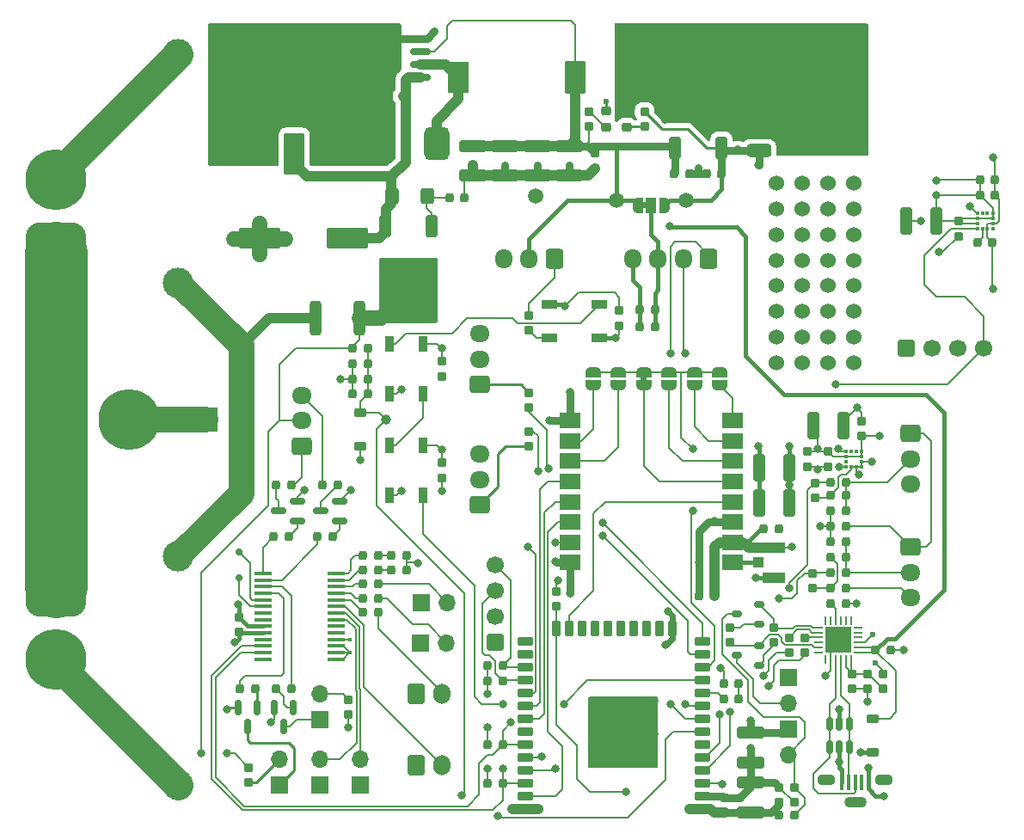
<source format=gbr>
%TF.GenerationSoftware,KiCad,Pcbnew,7.0.6*%
%TF.CreationDate,2023-08-13T13:48:50+02:00*%
%TF.ProjectId,Nice-Buoy-V1_0,4e696365-2d42-4756-9f79-2d56315f302e,rev?*%
%TF.SameCoordinates,Original*%
%TF.FileFunction,Copper,L1,Top*%
%TF.FilePolarity,Positive*%
%FSLAX46Y46*%
G04 Gerber Fmt 4.6, Leading zero omitted, Abs format (unit mm)*
G04 Created by KiCad (PCBNEW 7.0.6) date 2023-08-13 13:48:50*
%MOMM*%
%LPD*%
G01*
G04 APERTURE LIST*
G04 Aperture macros list*
%AMRoundRect*
0 Rectangle with rounded corners*
0 $1 Rounding radius*
0 $2 $3 $4 $5 $6 $7 $8 $9 X,Y pos of 4 corners*
0 Add a 4 corners polygon primitive as box body*
4,1,4,$2,$3,$4,$5,$6,$7,$8,$9,$2,$3,0*
0 Add four circle primitives for the rounded corners*
1,1,$1+$1,$2,$3*
1,1,$1+$1,$4,$5*
1,1,$1+$1,$6,$7*
1,1,$1+$1,$8,$9*
0 Add four rect primitives between the rounded corners*
20,1,$1+$1,$2,$3,$4,$5,0*
20,1,$1+$1,$4,$5,$6,$7,0*
20,1,$1+$1,$6,$7,$8,$9,0*
20,1,$1+$1,$8,$9,$2,$3,0*%
%AMFreePoly0*
4,1,19,0.500000,-0.750000,0.000000,-0.750000,0.000000,-0.744911,-0.071157,-0.744911,-0.207708,-0.704816,-0.327430,-0.627875,-0.420627,-0.520320,-0.479746,-0.390866,-0.500000,-0.250000,-0.500000,0.250000,-0.479746,0.390866,-0.420627,0.520320,-0.327430,0.627875,-0.207708,0.704816,-0.071157,0.744911,0.000000,0.744911,0.000000,0.750000,0.500000,0.750000,0.500000,-0.750000,0.500000,-0.750000,
$1*%
%AMFreePoly1*
4,1,19,0.000000,0.744911,0.071157,0.744911,0.207708,0.704816,0.327430,0.627875,0.420627,0.520320,0.479746,0.390866,0.500000,0.250000,0.500000,-0.250000,0.479746,-0.390866,0.420627,-0.520320,0.327430,-0.627875,0.207708,-0.704816,0.071157,-0.744911,0.000000,-0.744911,0.000000,-0.750000,-0.500000,-0.750000,-0.500000,0.750000,0.000000,0.750000,0.000000,0.744911,0.000000,0.744911,
$1*%
%AMFreePoly2*
4,1,19,0.550000,-0.750000,0.000000,-0.750000,0.000000,-0.744911,-0.071157,-0.744911,-0.207708,-0.704816,-0.327430,-0.627875,-0.420627,-0.520320,-0.479746,-0.390866,-0.500000,-0.250000,-0.500000,0.250000,-0.479746,0.390866,-0.420627,0.520320,-0.327430,0.627875,-0.207708,0.704816,-0.071157,0.744911,0.000000,0.744911,0.000000,0.750000,0.550000,0.750000,0.550000,-0.750000,0.550000,-0.750000,
$1*%
%AMFreePoly3*
4,1,19,0.000000,0.744911,0.071157,0.744911,0.207708,0.704816,0.327430,0.627875,0.420627,0.520320,0.479746,0.390866,0.500000,0.250000,0.500000,-0.250000,0.479746,-0.390866,0.420627,-0.520320,0.327430,-0.627875,0.207708,-0.704816,0.071157,-0.744911,0.000000,-0.744911,0.000000,-0.750000,-0.550000,-0.750000,-0.550000,0.750000,0.000000,0.750000,0.000000,0.744911,0.000000,0.744911,
$1*%
G04 Aperture macros list end*
%TA.AperFunction,SMDPad,CuDef*%
%ADD10RoundRect,0.200000X-0.200000X-0.250000X0.200000X-0.250000X0.200000X0.250000X-0.200000X0.250000X0*%
%TD*%
%TA.AperFunction,SMDPad,CuDef*%
%ADD11RoundRect,0.200000X-0.250000X0.200000X-0.250000X-0.200000X0.250000X-0.200000X0.250000X0.200000X0*%
%TD*%
%TA.AperFunction,ComponentPad*%
%ADD12O,1.950000X1.700000*%
%TD*%
%TA.AperFunction,ComponentPad*%
%ADD13RoundRect,0.250000X-0.725000X0.600000X-0.725000X-0.600000X0.725000X-0.600000X0.725000X0.600000X0*%
%TD*%
%TA.AperFunction,SMDPad,CuDef*%
%ADD14RoundRect,0.200000X0.200000X0.250000X-0.200000X0.250000X-0.200000X-0.250000X0.200000X-0.250000X0*%
%TD*%
%TA.AperFunction,ComponentPad*%
%ADD15C,0.700000*%
%TD*%
%TA.AperFunction,SMDPad,CuDef*%
%ADD16RoundRect,0.225000X-0.375000X0.225000X-0.375000X-0.225000X0.375000X-0.225000X0.375000X0.225000X0*%
%TD*%
%TA.AperFunction,SMDPad,CuDef*%
%ADD17RoundRect,0.250000X1.800000X0.800000X-1.800000X0.800000X-1.800000X-0.800000X1.800000X-0.800000X0*%
%TD*%
%TA.AperFunction,SMDPad,CuDef*%
%ADD18FreePoly0,270.000000*%
%TD*%
%TA.AperFunction,SMDPad,CuDef*%
%ADD19FreePoly1,270.000000*%
%TD*%
%TA.AperFunction,ComponentPad*%
%ADD20C,1.000000*%
%TD*%
%TA.AperFunction,ComponentPad*%
%ADD21RoundRect,1.500000X1.500000X-1.500000X1.500000X1.500000X-1.500000X1.500000X-1.500000X-1.500000X0*%
%TD*%
%TA.AperFunction,ComponentPad*%
%ADD22C,6.000000*%
%TD*%
%TA.AperFunction,ComponentPad*%
%ADD23R,1.700000X1.700000*%
%TD*%
%TA.AperFunction,ComponentPad*%
%ADD24O,1.700000X1.700000*%
%TD*%
%TA.AperFunction,SMDPad,CuDef*%
%ADD25RoundRect,0.200000X0.250000X-0.200000X0.250000X0.200000X-0.250000X0.200000X-0.250000X-0.200000X0*%
%TD*%
%TA.AperFunction,SMDPad,CuDef*%
%ADD26RoundRect,0.250000X-0.325000X-1.100000X0.325000X-1.100000X0.325000X1.100000X-0.325000X1.100000X0*%
%TD*%
%TA.AperFunction,SMDPad,CuDef*%
%ADD27R,0.900000X1.500000*%
%TD*%
%TA.AperFunction,ComponentPad*%
%ADD28RoundRect,0.250000X0.725000X-0.600000X0.725000X0.600000X-0.725000X0.600000X-0.725000X-0.600000X0*%
%TD*%
%TA.AperFunction,SMDPad,CuDef*%
%ADD29RoundRect,0.250000X0.800000X-1.800000X0.800000X1.800000X-0.800000X1.800000X-0.800000X-1.800000X0*%
%TD*%
%TA.AperFunction,SMDPad,CuDef*%
%ADD30R,2.000000X1.500000*%
%TD*%
%TA.AperFunction,ComponentPad*%
%ADD31C,1.524000*%
%TD*%
%TA.AperFunction,ComponentPad*%
%ADD32RoundRect,0.206250X0.618750X-0.618750X0.618750X0.618750X-0.618750X0.618750X-0.618750X-0.618750X0*%
%TD*%
%TA.AperFunction,ComponentPad*%
%ADD33C,1.700000*%
%TD*%
%TA.AperFunction,SMDPad,CuDef*%
%ADD34RoundRect,0.210000X-0.840000X-1.340000X0.840000X-1.340000X0.840000X1.340000X-0.840000X1.340000X0*%
%TD*%
%TA.AperFunction,SMDPad,CuDef*%
%ADD35RoundRect,0.210000X-0.840000X-1.390000X0.840000X-1.390000X0.840000X1.390000X-0.840000X1.390000X0*%
%TD*%
%TA.AperFunction,SMDPad,CuDef*%
%ADD36RoundRect,0.150000X0.587500X0.150000X-0.587500X0.150000X-0.587500X-0.150000X0.587500X-0.150000X0*%
%TD*%
%TA.AperFunction,ComponentPad*%
%ADD37RoundRect,1.500000X-1.500000X-1.500000X1.500000X-1.500000X1.500000X1.500000X-1.500000X1.500000X0*%
%TD*%
%TA.AperFunction,SMDPad,CuDef*%
%ADD38RoundRect,0.150000X-0.150000X0.512500X-0.150000X-0.512500X0.150000X-0.512500X0.150000X0.512500X0*%
%TD*%
%TA.AperFunction,ComponentPad*%
%ADD39RoundRect,1.500000X-1.500000X1.500000X-1.500000X-1.500000X1.500000X-1.500000X1.500000X1.500000X0*%
%TD*%
%TA.AperFunction,ComponentPad*%
%ADD40C,1.500000*%
%TD*%
%TA.AperFunction,SMDPad,CuDef*%
%ADD41RoundRect,0.218750X-0.256250X0.218750X-0.256250X-0.218750X0.256250X-0.218750X0.256250X0.218750X0*%
%TD*%
%TA.AperFunction,SMDPad,CuDef*%
%ADD42RoundRect,0.250000X-1.100000X0.325000X-1.100000X-0.325000X1.100000X-0.325000X1.100000X0.325000X0*%
%TD*%
%TA.AperFunction,SMDPad,CuDef*%
%ADD43RoundRect,0.250000X0.350000X-0.850000X0.350000X0.850000X-0.350000X0.850000X-0.350000X-0.850000X0*%
%TD*%
%TA.AperFunction,SMDPad,CuDef*%
%ADD44RoundRect,0.250000X1.125000X-1.275000X1.125000X1.275000X-1.125000X1.275000X-1.125000X-1.275000X0*%
%TD*%
%TA.AperFunction,SMDPad,CuDef*%
%ADD45RoundRect,0.249997X2.650003X-2.950003X2.650003X2.950003X-2.650003X2.950003X-2.650003X-2.950003X0*%
%TD*%
%TA.AperFunction,ComponentPad*%
%ADD46C,3.000000*%
%TD*%
%TA.AperFunction,SMDPad,CuDef*%
%ADD47R,1.500000X0.900000*%
%TD*%
%TA.AperFunction,SMDPad,CuDef*%
%ADD48RoundRect,0.225000X0.375000X-0.225000X0.375000X0.225000X-0.375000X0.225000X-0.375000X-0.225000X0*%
%TD*%
%TA.AperFunction,SMDPad,CuDef*%
%ADD49RoundRect,0.250000X0.325000X1.100000X-0.325000X1.100000X-0.325000X-1.100000X0.325000X-1.100000X0*%
%TD*%
%TA.AperFunction,SMDPad,CuDef*%
%ADD50RoundRect,0.250000X-0.350000X0.850000X-0.350000X-0.850000X0.350000X-0.850000X0.350000X0.850000X0*%
%TD*%
%TA.AperFunction,SMDPad,CuDef*%
%ADD51RoundRect,0.250000X-1.125000X1.275000X-1.125000X-1.275000X1.125000X-1.275000X1.125000X1.275000X0*%
%TD*%
%TA.AperFunction,SMDPad,CuDef*%
%ADD52RoundRect,0.249997X-2.650003X2.950003X-2.650003X-2.950003X2.650003X-2.950003X2.650003X2.950003X0*%
%TD*%
%TA.AperFunction,SMDPad,CuDef*%
%ADD53RoundRect,0.250000X-0.400000X-0.550000X0.400000X-0.550000X0.400000X0.550000X-0.400000X0.550000X0*%
%TD*%
%TA.AperFunction,ComponentPad*%
%ADD54RoundRect,0.250000X0.600000X0.725000X-0.600000X0.725000X-0.600000X-0.725000X0.600000X-0.725000X0*%
%TD*%
%TA.AperFunction,ComponentPad*%
%ADD55O,1.700000X1.950000*%
%TD*%
%TA.AperFunction,SMDPad,CuDef*%
%ADD56RoundRect,0.250000X0.925000X-0.400000X0.925000X0.400000X-0.925000X0.400000X-0.925000X-0.400000X0*%
%TD*%
%TA.AperFunction,SMDPad,CuDef*%
%ADD57RoundRect,0.062500X0.062500X-0.350000X0.062500X0.350000X-0.062500X0.350000X-0.062500X-0.350000X0*%
%TD*%
%TA.AperFunction,SMDPad,CuDef*%
%ADD58RoundRect,0.062500X0.350000X-0.062500X0.350000X0.062500X-0.350000X0.062500X-0.350000X-0.062500X0*%
%TD*%
%TA.AperFunction,SMDPad,CuDef*%
%ADD59R,2.600000X2.600000*%
%TD*%
%TA.AperFunction,SMDPad,CuDef*%
%ADD60RoundRect,0.175000X0.325000X0.175000X-0.325000X0.175000X-0.325000X-0.175000X0.325000X-0.175000X0*%
%TD*%
%TA.AperFunction,SMDPad,CuDef*%
%ADD61RoundRect,0.150000X-0.150000X0.587500X-0.150000X-0.587500X0.150000X-0.587500X0.150000X0.587500X0*%
%TD*%
%TA.AperFunction,SMDPad,CuDef*%
%ADD62RoundRect,0.625000X0.625000X1.025000X-0.625000X1.025000X-0.625000X-1.025000X0.625000X-1.025000X0*%
%TD*%
%TA.AperFunction,ComponentPad*%
%ADD63RoundRect,0.206250X-0.618750X-0.618750X0.618750X-0.618750X0.618750X0.618750X-0.618750X0.618750X0*%
%TD*%
%TA.AperFunction,SMDPad,CuDef*%
%ADD64R,1.750000X0.450000*%
%TD*%
%TA.AperFunction,ComponentPad*%
%ADD65R,2.400000X2.400000*%
%TD*%
%TA.AperFunction,ComponentPad*%
%ADD66C,2.400000*%
%TD*%
%TA.AperFunction,SMDPad,CuDef*%
%ADD67R,0.350000X0.375000*%
%TD*%
%TA.AperFunction,SMDPad,CuDef*%
%ADD68R,0.375000X0.350000*%
%TD*%
%TA.AperFunction,SMDPad,CuDef*%
%ADD69FreePoly2,0.000000*%
%TD*%
%TA.AperFunction,SMDPad,CuDef*%
%ADD70R,1.000000X1.500000*%
%TD*%
%TA.AperFunction,SMDPad,CuDef*%
%ADD71FreePoly3,0.000000*%
%TD*%
%TA.AperFunction,SMDPad,CuDef*%
%ADD72R,1.050000X1.000000*%
%TD*%
%TA.AperFunction,SMDPad,CuDef*%
%ADD73R,2.200000X1.050000*%
%TD*%
%TA.AperFunction,SMDPad,CuDef*%
%ADD74R,0.450000X1.500000*%
%TD*%
%TA.AperFunction,ComponentPad*%
%ADD75O,1.800000X1.100000*%
%TD*%
%TA.AperFunction,ComponentPad*%
%ADD76O,2.200000X1.100000*%
%TD*%
%TA.AperFunction,SMDPad,CuDef*%
%ADD77RoundRect,0.150000X0.825000X0.150000X-0.825000X0.150000X-0.825000X-0.150000X0.825000X-0.150000X0*%
%TD*%
%TA.AperFunction,ComponentPad*%
%ADD78RoundRect,0.250000X-0.600000X-0.750000X0.600000X-0.750000X0.600000X0.750000X-0.600000X0.750000X0*%
%TD*%
%TA.AperFunction,ComponentPad*%
%ADD79O,1.700000X2.000000*%
%TD*%
%TA.AperFunction,SMDPad,CuDef*%
%ADD80RoundRect,0.250000X-0.312500X-1.450000X0.312500X-1.450000X0.312500X1.450000X-0.312500X1.450000X0*%
%TD*%
%TA.AperFunction,SMDPad,CuDef*%
%ADD81RoundRect,0.250000X1.100000X-0.325000X1.100000X0.325000X-1.100000X0.325000X-1.100000X-0.325000X0*%
%TD*%
%TA.AperFunction,SMDPad,CuDef*%
%ADD82RoundRect,0.250000X2.250000X2.250000X-2.250000X2.250000X-2.250000X-2.250000X2.250000X-2.250000X0*%
%TD*%
%TA.AperFunction,SMDPad,CuDef*%
%ADD83RoundRect,0.225000X0.525000X0.225000X-0.525000X0.225000X-0.525000X-0.225000X0.525000X-0.225000X0*%
%TD*%
%TA.AperFunction,SMDPad,CuDef*%
%ADD84RoundRect,0.225000X-0.225000X0.525000X-0.225000X-0.525000X0.225000X-0.525000X0.225000X0.525000X0*%
%TD*%
%TA.AperFunction,ViaPad*%
%ADD85C,0.800000*%
%TD*%
%TA.AperFunction,ViaPad*%
%ADD86C,0.450000*%
%TD*%
%TA.AperFunction,ViaPad*%
%ADD87C,0.600000*%
%TD*%
%TA.AperFunction,Conductor*%
%ADD88C,0.200000*%
%TD*%
%TA.AperFunction,Conductor*%
%ADD89C,0.400000*%
%TD*%
%TA.AperFunction,Conductor*%
%ADD90C,0.800000*%
%TD*%
%TA.AperFunction,Conductor*%
%ADD91C,1.000000*%
%TD*%
%TA.AperFunction,Conductor*%
%ADD92C,1.500000*%
%TD*%
%TA.AperFunction,Conductor*%
%ADD93C,0.250000*%
%TD*%
%TA.AperFunction,Conductor*%
%ADD94C,0.600000*%
%TD*%
%TA.AperFunction,Conductor*%
%ADD95C,6.200000*%
%TD*%
%TA.AperFunction,Conductor*%
%ADD96C,2.500000*%
%TD*%
%TA.AperFunction,Conductor*%
%ADD97C,3.000000*%
%TD*%
G04 APERTURE END LIST*
%TA.AperFunction,EtchedComponent*%
%TO.C,JP501*%
G36*
X108723000Y-54603000D02*
G01*
X108223000Y-54603000D01*
X108223000Y-54003000D01*
X108723000Y-54003000D01*
X108723000Y-54603000D01*
G37*
%TD.AperFunction*%
%TA.AperFunction,EtchedComponent*%
%TO.C,JP601*%
G36*
X108704000Y-71632000D02*
G01*
X108104000Y-71632000D01*
X108104000Y-71132000D01*
X108704000Y-71132000D01*
X108704000Y-71632000D01*
G37*
%TD.AperFunction*%
%TD*%
D10*
%TO.P,R114,1*%
%TO.N,Net-(U103-GPIO39)*%
X126806000Y-90498000D03*
%TO.P,R114,2*%
%TO.N,Net-(J105-Pin_2)*%
X128306000Y-90498000D03*
%TD*%
%TO.P,R113,1*%
%TO.N,Net-(U103-GPIO36)*%
X126818000Y-81608000D03*
%TO.P,R113,2*%
%TO.N,Net-(J104-Pin_2)*%
X128318000Y-81608000D03*
%TD*%
D11*
%TO.P,C114,1*%
%TO.N,Net-(U103-GPIO39)*%
X125028000Y-90510000D03*
%TO.P,C114,2*%
%TO.N,GND*%
X125028000Y-92010000D03*
%TD*%
%TO.P,C113,1*%
%TO.N,Net-(U103-GPIO36)*%
X125282000Y-81620000D03*
%TO.P,C113,2*%
%TO.N,GND*%
X125282000Y-83120000D03*
%TD*%
D12*
%TO.P,J105,3,Pin_3*%
%TO.N,Net-(J104-Pin_3)*%
X134680000Y-92958000D03*
%TO.P,J105,2,Pin_2*%
%TO.N,Net-(J105-Pin_2)*%
X134680000Y-90458000D03*
D13*
%TO.P,J105,1,Pin_1*%
%TO.N,Net-(J104-Pin_1)*%
X134680000Y-87958000D03*
%TD*%
D12*
%TO.P,J104,3,Pin_3*%
%TO.N,Net-(J104-Pin_3)*%
X134680000Y-81782000D03*
%TO.P,J104,2,Pin_2*%
%TO.N,Net-(J104-Pin_2)*%
X134680000Y-79282000D03*
D13*
%TO.P,J104,1,Pin_1*%
%TO.N,Net-(J104-Pin_1)*%
X134680000Y-76782000D03*
%TD*%
D10*
%TO.P,R120,1*%
%TO.N,GND*%
X126818000Y-92022000D03*
%TO.P,R120,2*%
%TO.N,Net-(J104-Pin_3)*%
X128318000Y-92022000D03*
%TD*%
D14*
%TO.P,R119,1*%
%TO.N,Net-(J104-Pin_1)*%
X128318000Y-85926000D03*
%TO.P,R119,2*%
%TO.N,+3.3V*%
X126818000Y-85926000D03*
%TD*%
D11*
%TO.P,C803,1*%
%TO.N,+3.3V*%
X126552000Y-78523000D03*
%TO.P,C803,2*%
%TO.N,GND*%
X126552000Y-80023000D03*
%TD*%
D15*
%TO.P,TP702,1,1*%
%TO.N,Net-(U701-GPB4)*%
X68538400Y-88466000D03*
%TD*%
D11*
%TO.P,C108,1*%
%TO.N,+3.3V*%
X116392000Y-112608000D03*
%TO.P,C108,2*%
%TO.N,GND*%
X116392000Y-114108000D03*
%TD*%
D16*
%TO.P,D101,1,K*%
%TO.N,+5V*%
X130970000Y-104850000D03*
%TO.P,D101,2,A*%
%TO.N,Net-(D101-A)*%
X130970000Y-108150000D03*
%TD*%
D17*
%TO.P,C201,1*%
%TO.N,Net-(D201-K)*%
X79186000Y-57536000D03*
%TO.P,C201,2*%
%TO.N,GND*%
X70586000Y-57536000D03*
%TD*%
D18*
%TO.P,JP604,1,A*%
%TO.N,/CPU/RADIO_6*%
X115904000Y-70732000D03*
D19*
%TO.P,JP604,2,B*%
%TO.N,Net-(JP604-B)*%
X115904000Y-72032000D03*
%TD*%
D20*
%TO.P,TP701,1,1*%
%TO.N,/Accumonitor/Vbatt*%
X83010000Y-75390000D03*
%TD*%
D21*
%TO.P,J202,1,Pin_1*%
%TO.N,GND*%
X50510000Y-58990000D03*
D22*
%TO.P,J202,2,Pin_2*%
%TO.N,Net-(J202-Pin_2)*%
X50510000Y-51790000D03*
%TD*%
D23*
%TO.P,J708,1,Pin_1*%
%TO.N,Net-(J708-Pin_1)*%
X72510000Y-111390000D03*
D24*
%TO.P,J708,2,Pin_2*%
%TO.N,Net-(J708-Pin_2)*%
X72510000Y-108850000D03*
%TD*%
D10*
%TO.P,R111,1*%
%TO.N,+3.3V*%
X93036000Y-99642000D03*
%TO.P,R111,2*%
%TO.N,/CPU/SDA_DISP*%
X94536000Y-99642000D03*
%TD*%
D25*
%TO.P,R104,1*%
%TO.N,+3.3V*%
X123250000Y-113092000D03*
%TO.P,R104,2*%
%TO.N,EN*%
X123250000Y-111592000D03*
%TD*%
D10*
%TO.P,R110,1*%
%TO.N,+3.3V*%
X93036000Y-111173600D03*
%TO.P,R110,2*%
%TO.N,/CPU/SCL*%
X94536000Y-111173600D03*
%TD*%
%TO.P,C303,1*%
%TO.N,Net-(U301-C1)*%
X141247000Y-57935200D03*
%TO.P,C303,2*%
%TO.N,GND*%
X142747000Y-57935200D03*
%TD*%
D26*
%TO.P,C802,1*%
%TO.N,+3.3V*%
X125077000Y-76020000D03*
%TO.P,C802,2*%
%TO.N,GND*%
X128027000Y-76020000D03*
%TD*%
D27*
%TO.P,D103,1,VDD*%
%TO.N,+3.3V*%
X86660000Y-77940000D03*
%TO.P,D103,2,DOUT*%
%TO.N,Net-(D103-DOUT)*%
X83360000Y-77940000D03*
%TO.P,D103,3,VSS*%
%TO.N,GND*%
X83360000Y-82840000D03*
%TO.P,D103,4,DIN*%
%TO.N,/CPU/LEDS*%
X86660000Y-82840000D03*
%TD*%
D28*
%TO.P,J402,1,Pin_1*%
%TO.N,Net-(J402-Pin_1)*%
X92245000Y-83814000D03*
D12*
%TO.P,J402,2,Pin_2*%
%TO.N,GND*%
X92245000Y-81314000D03*
%TO.P,J402,3,Pin_3*%
%TO.N,unconnected-(J402-Pin_3-Pad3)*%
X92245000Y-78814000D03*
%TD*%
D29*
%TO.P,C202,1*%
%TO.N,Net-(D201-K)*%
X73969000Y-49196000D03*
%TO.P,C202,2*%
%TO.N,GND*%
X73969000Y-40596000D03*
%TD*%
D26*
%TO.P,C602,1*%
%TO.N,+3.3V*%
X119743000Y-83640000D03*
%TO.P,C602,2*%
%TO.N,GND*%
X122693000Y-83640000D03*
%TD*%
D10*
%TO.P,R109,1*%
%TO.N,+3.3V*%
X93036000Y-107389000D03*
%TO.P,R109,2*%
%TO.N,/CPU/SDA*%
X94536000Y-107389000D03*
%TD*%
%TO.P,R705,1*%
%TO.N,LED3*%
X80760000Y-91590000D03*
%TO.P,R705,2*%
%TO.N,Net-(J703-Pin_2)*%
X82260000Y-91590000D03*
%TD*%
D30*
%TO.P,U601,1,ANT*%
%TO.N,Net-(J601-In)*%
X117154000Y-89482000D03*
%TO.P,U601,2,GND*%
%TO.N,GND*%
X117154000Y-87482000D03*
%TO.P,U601,3,VDD*%
%TO.N,+3.3V*%
X117154000Y-85482000D03*
%TO.P,U601,4,~{RESET}*%
%TO.N,/CPU/RADIO_5*%
X117154000Y-83482000D03*
%TO.P,U601,5,DIO0*%
%TO.N,Net-(JP601-B)*%
X117154000Y-81482000D03*
%TO.P,U601,6,DIO1*%
%TO.N,Net-(JP602-B)*%
X117154000Y-79482000D03*
%TO.P,U601,7,DIO2*%
%TO.N,Net-(JP603-B)*%
X117154000Y-77482000D03*
%TO.P,U601,8,DIO3*%
%TO.N,Net-(JP604-B)*%
X117154000Y-75482000D03*
%TO.P,U601,9,GND*%
%TO.N,GND*%
X101154000Y-75482000D03*
%TO.P,U601,10,DIO4*%
%TO.N,Net-(JP605-B)*%
X101154000Y-77482000D03*
%TO.P,U601,11,DIO5*%
%TO.N,Net-(JP606-B)*%
X101154000Y-79482000D03*
%TO.P,U601,12,SCK*%
%TO.N,/CPU/RADIO_3*%
X101154000Y-81482000D03*
%TO.P,U601,13,MISO*%
%TO.N,/CPU/RADIO_2*%
X101154000Y-83482000D03*
%TO.P,U601,14,MOSI*%
%TO.N,/CPU/RADIO_1*%
X101154000Y-85482000D03*
%TO.P,U601,15,~{NSS}*%
%TO.N,/CPU/RADIO_4*%
X101154000Y-87482000D03*
%TO.P,U601,16,GND*%
%TO.N,GND*%
X101154000Y-89482000D03*
%TD*%
D31*
%TO.P,TP1,1,1*%
%TO.N,unconnected-(TP1-Pad1)*%
X121450000Y-52080000D03*
%TO.P,TP1,2*%
%TO.N,N/C*%
X123990000Y-52080000D03*
%TO.P,TP1,3*%
X126530000Y-52080000D03*
%TO.P,TP1,4*%
X129070000Y-52080000D03*
%TO.P,TP1,5*%
X121450000Y-54620000D03*
%TO.P,TP1,6*%
X123990000Y-54620000D03*
%TO.P,TP1,7*%
X126530000Y-54620000D03*
%TO.P,TP1,8*%
X129070000Y-54620000D03*
%TO.P,TP1,9*%
X121450000Y-57160000D03*
%TO.P,TP1,10*%
X123990000Y-57160000D03*
%TO.P,TP1,11*%
X126530000Y-57160000D03*
%TO.P,TP1,12*%
X129070000Y-57160000D03*
%TO.P,TP1,13*%
X121450000Y-59700000D03*
%TO.P,TP1,14*%
X123990000Y-59700000D03*
%TO.P,TP1,15*%
X126530000Y-59700000D03*
%TO.P,TP1,16*%
X129070000Y-59700000D03*
%TD*%
D32*
%TO.P,J901,1,Pin_1*%
%TO.N,GND*%
X93786000Y-97356000D03*
D33*
%TO.P,J901,2,Pin_2*%
%TO.N,+3.3V*%
X93786000Y-94816000D03*
%TO.P,J901,3,Pin_3*%
%TO.N,/CPU/SCL_DISP*%
X93786000Y-92276000D03*
%TO.P,J901,4,Pin_4*%
%TO.N,/CPU/SDA_DISP*%
X93786000Y-89736000D03*
%TD*%
D10*
%TO.P,R701,1*%
%TO.N,Net-(U701-GPA6)*%
X80760000Y-90190000D03*
%TO.P,R701,2*%
%TO.N,Net-(D701-K)*%
X82260000Y-90190000D03*
%TD*%
%TO.P,R112,1*%
%TO.N,+3.3V*%
X93036000Y-101166000D03*
%TO.P,R112,2*%
%TO.N,/CPU/SCL_DISP*%
X94536000Y-101166000D03*
%TD*%
D28*
%TO.P,J709,1,Pin_1*%
%TO.N,/Accumonitor/GREEN*%
X74760000Y-78012000D03*
D12*
%TO.P,J709,2,Pin_2*%
%TO.N,+28V*%
X74760000Y-75512000D03*
%TO.P,J709,3,Pin_3*%
%TO.N,/Accumonitor/RED*%
X74760000Y-73012000D03*
%TD*%
D34*
%TO.P,L201,1*%
%TO.N,Net-(D204-K)*%
X90139000Y-41656000D03*
D35*
%TO.P,L201,2*%
%TO.N,+5V*%
X101639000Y-41656000D03*
%TD*%
D25*
%TO.P,C801,1*%
%TO.N,+3.3V*%
X129854000Y-77024000D03*
%TO.P,C801,2*%
%TO.N,GND*%
X129854000Y-75524000D03*
%TD*%
D10*
%TO.P,R118,2*%
%TO.N,Net-(J104-Pin_2)*%
X128306000Y-82878000D03*
%TO.P,R118,1*%
%TO.N,GND*%
X126806000Y-82878000D03*
%TD*%
D36*
%TO.P,Q702,1,B*%
%TO.N,Net-(Q702-B)*%
X74325000Y-85352000D03*
%TO.P,Q702,2,E*%
%TO.N,GND*%
X74325000Y-83452000D03*
%TO.P,Q702,3,C*%
%TO.N,Net-(Q702-C)*%
X72450000Y-84402000D03*
%TD*%
D11*
%TO.P,R121,1*%
%TO.N,Net-(J103-Pin_1)*%
X97088000Y-65110000D03*
%TO.P,R121,2*%
%TO.N,Net-(D105-DOUT)*%
X97088000Y-66610000D03*
%TD*%
D37*
%TO.P,J201,1,Pin_1*%
%TO.N,GND*%
X50510000Y-75390000D03*
D22*
%TO.P,J201,2,Pin_2*%
%TO.N,/PSU/ACC*%
X57710000Y-75390000D03*
%TD*%
D38*
%TO.P,U101,1,IO1*%
%TO.N,Net-(J101-D-)*%
X128618000Y-105362500D03*
%TO.P,U101,2,VN*%
%TO.N,GND*%
X127668000Y-105362500D03*
%TO.P,U101,3,IO2*%
%TO.N,Net-(J101-D+)*%
X126718000Y-105362500D03*
%TO.P,U101,4,IO3*%
X126718000Y-107637500D03*
%TO.P,U101,5,VP*%
%TO.N,Net-(D101-A)*%
X127668000Y-107637500D03*
%TO.P,U101,6,IO4*%
%TO.N,Net-(J101-D-)*%
X128618000Y-107637500D03*
%TD*%
D18*
%TO.P,JP602,1,A*%
%TO.N,/CPU/RADIO_6*%
X110904000Y-70732000D03*
D19*
%TO.P,JP602,2,B*%
%TO.N,Net-(JP602-B)*%
X110904000Y-72032000D03*
%TD*%
D39*
%TO.P,J203,1,Pin_1*%
%TO.N,GND*%
X50510000Y-91790000D03*
D22*
%TO.P,J203,2,Pin_2*%
%TO.N,Net-(J203-Pin_2)*%
X50510000Y-98990000D03*
%TD*%
D40*
%TO.P,TP202,1,1*%
%TO.N,+3.3V*%
X112582000Y-53795000D03*
%TD*%
D36*
%TO.P,Q703,1,B*%
%TO.N,Net-(Q703-B)*%
X78467500Y-85352000D03*
%TO.P,Q703,2,E*%
%TO.N,GND*%
X78467500Y-83452000D03*
%TO.P,Q703,3,C*%
%TO.N,Net-(Q703-C)*%
X76592500Y-84402000D03*
%TD*%
D10*
%TO.P,D702,1,K*%
%TO.N,Net-(D702-K)*%
X83560000Y-88790000D03*
%TO.P,D702,2,A*%
%TO.N,+3.3V*%
X85060000Y-88790000D03*
%TD*%
D41*
%TO.P,D202,1,K*%
%TO.N,GND*%
X104729000Y-45018500D03*
%TO.P,D202,2,A*%
%TO.N,Net-(D202-A)*%
X104729000Y-46593500D03*
%TD*%
D10*
%TO.P,C603,1*%
%TO.N,+3.3V*%
X113864000Y-92784000D03*
%TO.P,C603,2*%
%TO.N,GND*%
X115364000Y-92784000D03*
%TD*%
D42*
%TO.P,C208,1*%
%TO.N,+5V*%
X101089000Y-48436000D03*
%TO.P,C208,2*%
%TO.N,GND*%
X101089000Y-51386000D03*
%TD*%
D14*
%TO.P,C702,1*%
%TO.N,+3.3V*%
X121714000Y-86180000D03*
%TO.P,C702,2*%
%TO.N,GND*%
X120214000Y-86180000D03*
%TD*%
D43*
%TO.P,U201,1,VI*%
%TO.N,+5V*%
X111503000Y-48641000D03*
D44*
%TO.P,U201,2,GND*%
%TO.N,GND*%
X112258000Y-44016000D03*
X115308000Y-44016000D03*
D45*
X113783000Y-42341000D03*
D44*
X112258000Y-40666000D03*
X115308000Y-40666000D03*
D43*
%TO.P,U201,3,VO*%
%TO.N,+3.3V*%
X116063000Y-48641000D03*
%TD*%
D46*
%TO.P,F201,1*%
%TO.N,Net-(J202-Pin_2)*%
X62510000Y-39390000D03*
%TO.P,F201,2*%
%TO.N,/PSU/POWER*%
X62510000Y-61890000D03*
%TD*%
D25*
%TO.P,R401,1*%
%TO.N,/CPU/ESC_BB*%
X97088000Y-74242000D03*
%TO.P,R401,2*%
%TO.N,Net-(J401-Pin_1)*%
X97088000Y-72742000D03*
%TD*%
D47*
%TO.P,D105,1,VDD*%
%TO.N,+3.3V*%
X99083000Y-64083000D03*
%TO.P,D105,2,DOUT*%
%TO.N,Net-(D105-DOUT)*%
X99083000Y-67383000D03*
%TO.P,D105,3,VSS*%
%TO.N,GND*%
X103983000Y-67383000D03*
%TO.P,D105,4,DIN*%
%TO.N,Net-(D104-DOUT)*%
X103983000Y-64083000D03*
%TD*%
D11*
%TO.P,C112,1*%
%TO.N,+3.3V*%
X88510000Y-79640000D03*
%TO.P,C112,2*%
%TO.N,GND*%
X88510000Y-81140000D03*
%TD*%
D48*
%TO.P,D703,1,K*%
%TO.N,+3.3V*%
X80510000Y-78040000D03*
%TO.P,D703,2,A*%
%TO.N,/Accumonitor/Vbatt*%
X80510000Y-74740000D03*
%TD*%
D23*
%TO.P,SW101,1,1*%
%TO.N,GND*%
X122615000Y-100785000D03*
D24*
%TO.P,SW101,2,2*%
%TO.N,DR0*%
X122615000Y-103325000D03*
%TD*%
D18*
%TO.P,JP603,1,A*%
%TO.N,/CPU/RADIO_6*%
X113404000Y-70732000D03*
D19*
%TO.P,JP603,2,B*%
%TO.N,Net-(JP603-B)*%
X113404000Y-72032000D03*
%TD*%
D11*
%TO.P,R711,1*%
%TO.N,+28V*%
X69510000Y-109640000D03*
%TO.P,R711,2*%
%TO.N,Net-(J708-Pin_2)*%
X69510000Y-111140000D03*
%TD*%
D14*
%TO.P,R716,1*%
%TO.N,/Accumonitor/Vbatt*%
X81260000Y-71390000D03*
%TO.P,R716,2*%
%TO.N,GND*%
X79760000Y-71390000D03*
%TD*%
D49*
%TO.P,C302,1*%
%TO.N,+3.3V*%
X137172800Y-55852400D03*
%TO.P,C302,2*%
%TO.N,GND*%
X134222800Y-55852400D03*
%TD*%
D27*
%TO.P,D104,1,VDD*%
%TO.N,+3.3V*%
X86660000Y-67940000D03*
%TO.P,D104,2,DOUT*%
%TO.N,Net-(D104-DOUT)*%
X83360000Y-67940000D03*
%TO.P,D104,3,VSS*%
%TO.N,GND*%
X83360000Y-72840000D03*
%TO.P,D104,4,DIN*%
%TO.N,Net-(D103-DOUT)*%
X86660000Y-72840000D03*
%TD*%
D14*
%TO.P,R706,1*%
%TO.N,Net-(U701-GPB2)*%
X73708000Y-101928000D03*
%TO.P,R706,2*%
%TO.N,Net-(Q701-B)*%
X72208000Y-101928000D03*
%TD*%
D25*
%TO.P,R203,1*%
%TO.N,Net-(D203-A)*%
X108479000Y-46556000D03*
%TO.P,R203,2*%
%TO.N,+3.3V*%
X108479000Y-45056000D03*
%TD*%
D26*
%TO.P,C601,1*%
%TO.N,+3.3V*%
X119743000Y-80140000D03*
%TO.P,C601,2*%
%TO.N,GND*%
X122693000Y-80140000D03*
%TD*%
D11*
%TO.P,C211,1*%
%TO.N,+5V*%
X103629000Y-49161000D03*
%TO.P,C211,2*%
%TO.N,GND*%
X103629000Y-50661000D03*
%TD*%
%TO.P,R103,1*%
%TO.N,+3.3V*%
X99755000Y-92288000D03*
%TO.P,R103,2*%
%TO.N,DR0*%
X99755000Y-93788000D03*
%TD*%
D50*
%TO.P,Q201,1,G*%
%TO.N,Net-(D201-A)*%
X87540000Y-56356000D03*
D51*
%TO.P,Q201,2,D*%
%TO.N,+28V*%
X86785000Y-60981000D03*
X83735000Y-60981000D03*
D52*
X85260000Y-62656000D03*
D51*
X86785000Y-64331000D03*
X83735000Y-64331000D03*
D50*
%TO.P,Q201,3,S*%
%TO.N,Net-(D201-K)*%
X82980000Y-56356000D03*
%TD*%
D23*
%TO.P,J702,1,Pin_1*%
%TO.N,GND*%
X86445000Y-97390000D03*
D24*
%TO.P,J702,2,Pin_2*%
%TO.N,Net-(J702-Pin_2)*%
X88985000Y-97390000D03*
%TD*%
D14*
%TO.P,R115,1*%
%TO.N,Net-(J105-Pin_2)*%
X128306000Y-87414000D03*
%TO.P,R115,2*%
%TO.N,+3.3V*%
X126806000Y-87414000D03*
%TD*%
D40*
%TO.P,TP201,1,1*%
%TO.N,GND*%
X97723000Y-53414000D03*
%TD*%
D14*
%TO.P,D102,1,K*%
%TO.N,Net-(D102-K)*%
X117760000Y-101390000D03*
%TO.P,D102,2,A*%
%TO.N,+3.3V*%
X116260000Y-101390000D03*
%TD*%
D53*
%TO.P,D201,1,K*%
%TO.N,Net-(D201-K)*%
X83610000Y-53390000D03*
%TO.P,D201,2,A*%
%TO.N,Net-(D201-A)*%
X87110000Y-53390000D03*
%TD*%
D40*
%TO.P,TP203,1,1*%
%TO.N,+5V*%
X105724000Y-53795000D03*
%TD*%
D23*
%TO.P,J706,1,Pin_1*%
%TO.N,GND*%
X80510000Y-111390000D03*
D24*
%TO.P,J706,2,Pin_2*%
%TO.N,SW2*%
X80510000Y-108850000D03*
%TD*%
D18*
%TO.P,JP606,1,A*%
%TO.N,/CPU/RADIO_6*%
X105904000Y-70732000D03*
D19*
%TO.P,JP606,2,B*%
%TO.N,Net-(JP606-B)*%
X105904000Y-72032000D03*
%TD*%
D54*
%TO.P,J103,1,Pin_1*%
%TO.N,Net-(J103-Pin_1)*%
X99588000Y-59527000D03*
D55*
%TO.P,J103,2,Pin_2*%
%TO.N,+5V*%
X97088000Y-59527000D03*
%TO.P,J103,3,Pin_3*%
%TO.N,GND*%
X94588000Y-59527000D03*
%TD*%
D10*
%TO.P,R703,1*%
%TO.N,LED1*%
X80760000Y-94390000D03*
%TO.P,R703,2*%
%TO.N,Net-(J701-Pin_2)*%
X82260000Y-94390000D03*
%TD*%
%TO.P,R108,1*%
%TO.N,Net-(U103-GPIO25)*%
X116260000Y-102890000D03*
%TO.P,R108,2*%
%TO.N,Net-(D102-K)*%
X117760000Y-102890000D03*
%TD*%
D14*
%TO.P,C205,1*%
%TO.N,+3.3V*%
X116063000Y-51181000D03*
%TO.P,C205,2*%
%TO.N,GND*%
X114563000Y-51181000D03*
%TD*%
D28*
%TO.P,J401,1,Pin_1*%
%TO.N,Net-(J401-Pin_1)*%
X92245000Y-71956000D03*
D12*
%TO.P,J401,2,Pin_2*%
%TO.N,GND*%
X92245000Y-69456000D03*
%TO.P,J401,3,Pin_3*%
%TO.N,unconnected-(J401-Pin_3-Pad3)*%
X92245000Y-66956000D03*
%TD*%
D42*
%TO.P,C207,1*%
%TO.N,+5V*%
X91564000Y-48436000D03*
%TO.P,C207,2*%
%TO.N,GND*%
X91564000Y-51386000D03*
%TD*%
D14*
%TO.P,R714,1*%
%TO.N,/Accumonitor/Vbatt*%
X81260000Y-69890000D03*
%TO.P,R714,2*%
%TO.N,GND*%
X79760000Y-69890000D03*
%TD*%
D18*
%TO.P,JP605,1,A*%
%TO.N,/CPU/RADIO_6*%
X103404000Y-70732000D03*
D19*
%TO.P,JP605,2,B*%
%TO.N,Net-(JP605-B)*%
X103404000Y-72032000D03*
%TD*%
D56*
%TO.P,C206,1*%
%TO.N,+3.3V*%
X119758000Y-48921000D03*
%TO.P,C206,2*%
%TO.N,GND*%
X119758000Y-45821000D03*
%TD*%
D14*
%TO.P,R713,1*%
%TO.N,Net-(Q703-C)*%
X78280000Y-81862000D03*
%TO.P,R713,2*%
%TO.N,/Accumonitor/RED*%
X76780000Y-81862000D03*
%TD*%
D23*
%TO.P,J705,1,Pin_1*%
%TO.N,GND*%
X76510000Y-111390000D03*
D24*
%TO.P,J705,2,Pin_2*%
%TO.N,SW3*%
X76510000Y-108850000D03*
%TD*%
D11*
%TO.P,C304,1*%
%TO.N,+3.3V*%
X139408000Y-55841200D03*
%TO.P,C304,2*%
%TO.N,GND*%
X139408000Y-57341200D03*
%TD*%
D57*
%TO.P,U102,1,RI/CLK*%
%TO.N,unconnected-(U102-RI{slash}CLK-Pad1)*%
X126306000Y-99039500D03*
%TO.P,U102,2,GND*%
%TO.N,GND*%
X126806000Y-99039500D03*
%TO.P,U102,3,D+*%
%TO.N,Net-(J101-D+)*%
X127306000Y-99039500D03*
%TO.P,U102,4,D-*%
%TO.N,Net-(J101-D-)*%
X127806000Y-99039500D03*
%TO.P,U102,5,VIO*%
%TO.N,Net-(U102-VDD)*%
X128306000Y-99039500D03*
%TO.P,U102,6,VDD*%
X128806000Y-99039500D03*
D58*
%TO.P,U102,7,REGIN*%
%TO.N,+5V*%
X129493500Y-98352000D03*
%TO.P,U102,8,VBUS*%
X129493500Y-97852000D03*
%TO.P,U102,9,~{RSTb}*%
%TO.N,Net-(U102-~{RSTb})*%
X129493500Y-97352000D03*
%TO.P,U102,10,NC*%
%TO.N,unconnected-(U102-NC-Pad10)*%
X129493500Y-96852000D03*
%TO.P,U102,11,GPIO.3*%
%TO.N,unconnected-(U102-GPIO.3-Pad11)*%
X129493500Y-96352000D03*
%TO.P,U102,12,GPIO.2*%
%TO.N,unconnected-(U102-GPIO.2-Pad12)*%
X129493500Y-95852000D03*
D57*
%TO.P,U102,13,GPIO.1*%
%TO.N,unconnected-(U102-GPIO.1-Pad13)*%
X128806000Y-95164500D03*
%TO.P,U102,14,GPIO.0*%
%TO.N,unconnected-(U102-GPIO.0-Pad14)*%
X128306000Y-95164500D03*
%TO.P,U102,15,~{SUSPENDb}*%
%TO.N,unconnected-(U102-~{SUSPENDb}-Pad15)*%
X127806000Y-95164500D03*
%TO.P,U102,16,VPP*%
%TO.N,Net-(U102-VPP)*%
X127306000Y-95164500D03*
%TO.P,U102,17,SUSPEND*%
%TO.N,unconnected-(U102-SUSPEND-Pad17)*%
X126806000Y-95164500D03*
%TO.P,U102,18,CTS*%
%TO.N,unconnected-(U102-CTS-Pad18)*%
X126306000Y-95164500D03*
D58*
%TO.P,U102,19,RTS*%
%TO.N,RTS*%
X125618500Y-95852000D03*
%TO.P,U102,20,RXD*%
%TO.N,Net-(U102-RXD)*%
X125618500Y-96352000D03*
%TO.P,U102,21,TXD*%
%TO.N,Net-(U102-TXD)*%
X125618500Y-96852000D03*
%TO.P,U102,22,DSR*%
%TO.N,unconnected-(U102-DSR-Pad22)*%
X125618500Y-97352000D03*
%TO.P,U102,23,DTR*%
%TO.N,DTR*%
X125618500Y-97852000D03*
%TO.P,U102,24,DCD*%
%TO.N,unconnected-(U102-DCD-Pad24)*%
X125618500Y-98352000D03*
D59*
%TO.P,U102,25,GND*%
%TO.N,GND*%
X127556000Y-97102000D03*
%TD*%
D10*
%TO.P,R710,1*%
%TO.N,Net-(U701-GPB3)*%
X68652000Y-101928000D03*
%TO.P,R710,2*%
%TO.N,Net-(Q704-B)*%
X70152000Y-101928000D03*
%TD*%
D41*
%TO.P,D203,1,K*%
%TO.N,GND*%
X106729000Y-45018500D03*
%TO.P,D203,2,A*%
%TO.N,Net-(D203-A)*%
X106729000Y-46593500D03*
%TD*%
D60*
%TO.P,Q102,1,B*%
%TO.N,Net-(Q102-B)*%
X119778000Y-99576000D03*
%TO.P,Q102,2,E*%
%TO.N,DTR*%
X119778000Y-97676000D03*
%TO.P,Q102,3,C*%
%TO.N,DR0*%
X117578000Y-98626000D03*
%TD*%
D14*
%TO.P,R201,1*%
%TO.N,GND*%
X90760000Y-53556000D03*
%TO.P,R201,2*%
%TO.N,Net-(D201-A)*%
X89260000Y-53556000D03*
%TD*%
D61*
%TO.P,Q701,1,B*%
%TO.N,Net-(Q701-B)*%
X73908000Y-103784500D03*
%TO.P,Q701,2,E*%
%TO.N,GND*%
X72008000Y-103784500D03*
%TO.P,Q701,3,C*%
%TO.N,Net-(J707-Pin_1)*%
X72958000Y-105659500D03*
%TD*%
D25*
%TO.P,C102,1*%
%TO.N,GND*%
X128938000Y-101916000D03*
%TO.P,C102,2*%
%TO.N,Net-(U102-VDD)*%
X128938000Y-100416000D03*
%TD*%
D11*
%TO.P,R402,1*%
%TO.N,/CPU/ESC_SB*%
X97088000Y-76540000D03*
%TO.P,R402,2*%
%TO.N,Net-(J402-Pin_1)*%
X97088000Y-78040000D03*
%TD*%
D10*
%TO.P,R116,1*%
%TO.N,GND*%
X126806000Y-88938000D03*
%TO.P,R116,2*%
%TO.N,Net-(J105-Pin_2)*%
X128306000Y-88938000D03*
%TD*%
%TO.P,R707,1*%
%TO.N,Net-(U701-GPB0)*%
X71966000Y-86942000D03*
%TO.P,R707,2*%
%TO.N,Net-(Q702-B)*%
X73466000Y-86942000D03*
%TD*%
D62*
%TO.P,D204,1,K*%
%TO.N,Net-(D204-K)*%
X87979000Y-48196000D03*
%TO.P,D204,2,A*%
%TO.N,GND*%
X81179000Y-48196000D03*
%TD*%
D10*
%TO.P,R702,1*%
%TO.N,Net-(U701-GPA7)*%
X80760000Y-88790000D03*
%TO.P,R702,2*%
%TO.N,Net-(D702-K)*%
X82260000Y-88790000D03*
%TD*%
D63*
%TO.P,J102,1,Pin_1*%
%TO.N,GND*%
X134273600Y-68400000D03*
D33*
%TO.P,J102,2,Pin_2*%
%TO.N,+3.3V*%
X136813600Y-68400000D03*
%TO.P,J102,3,Pin_3*%
%TO.N,/CPU/SCL*%
X139353600Y-68400000D03*
%TO.P,J102,4,Pin_4*%
%TO.N,/CPU/SDA*%
X141893600Y-68400000D03*
%TD*%
D64*
%TO.P,U701,1,GPB0*%
%TO.N,Net-(U701-GPB0)*%
X70910000Y-90540000D03*
%TO.P,U701,2,GPB1*%
%TO.N,Net-(U701-GPB1)*%
X70910000Y-91190000D03*
%TO.P,U701,3,GPB2*%
%TO.N,Net-(U701-GPB2)*%
X70910000Y-91840000D03*
%TO.P,U701,4,GPB3*%
%TO.N,Net-(U701-GPB3)*%
X70910000Y-92490000D03*
%TO.P,U701,5,GPB4*%
%TO.N,Net-(U701-GPB4)*%
X70910000Y-93140000D03*
%TO.P,U701,6,GPB5*%
%TO.N,Net-(U701-GPB5)*%
X70910000Y-93790000D03*
%TO.P,U701,7,GPB6*%
%TO.N,unconnected-(U701-GPB6-Pad7)*%
X70910000Y-94440000D03*
%TO.P,U701,8,GPB7*%
%TO.N,unconnected-(U701-GPB7-Pad8)*%
X70910000Y-95090000D03*
%TO.P,U701,9,VDD*%
%TO.N,+3.3V*%
X70910000Y-95740000D03*
%TO.P,U701,10,VSS*%
%TO.N,GND*%
X70910000Y-96390000D03*
%TO.P,U701,11,NC*%
%TO.N,unconnected-(U701-NC-Pad11)*%
X70910000Y-97040000D03*
%TO.P,U701,12,SCK*%
%TO.N,/CPU/SCL*%
X70910000Y-97690000D03*
%TO.P,U701,13,SDA*%
%TO.N,/CPU/SDA*%
X70910000Y-98340000D03*
%TO.P,U701,14,NC*%
%TO.N,unconnected-(U701-NC-Pad14)*%
X70910000Y-98990000D03*
%TO.P,U701,15,A0*%
%TO.N,GND*%
X78110000Y-98990000D03*
%TO.P,U701,16,A1*%
X78110000Y-98340000D03*
%TO.P,U701,17,A2*%
X78110000Y-97690000D03*
%TO.P,U701,18,~{RESET}*%
%TO.N,+3.3V*%
X78110000Y-97040000D03*
%TO.P,U701,19,INTB*%
%TO.N,unconnected-(U701-INTB-Pad19)*%
X78110000Y-96390000D03*
%TO.P,U701,20,INTA*%
%TO.N,unconnected-(U701-INTA-Pad20)*%
X78110000Y-95740000D03*
%TO.P,U701,21,GPA0*%
%TO.N,SW3*%
X78110000Y-95090000D03*
%TO.P,U701,22,GPA1*%
%TO.N,SW2*%
X78110000Y-94440000D03*
%TO.P,U701,23,GPA2*%
%TO.N,SW1*%
X78110000Y-93790000D03*
%TO.P,U701,24,GPA3*%
%TO.N,LED1*%
X78110000Y-93140000D03*
%TO.P,U701,25,GPA4*%
%TO.N,LED2*%
X78110000Y-92490000D03*
%TO.P,U701,26,GPA5*%
%TO.N,LED3*%
X78110000Y-91840000D03*
%TO.P,U701,27,GPA6*%
%TO.N,Net-(U701-GPA6)*%
X78110000Y-91190000D03*
%TO.P,U701,28,GPA7*%
%TO.N,Net-(U701-GPA7)*%
X78110000Y-90540000D03*
%TD*%
D42*
%TO.P,C209,1*%
%TO.N,+5V*%
X97914000Y-48436000D03*
%TO.P,C209,2*%
%TO.N,GND*%
X97914000Y-51386000D03*
%TD*%
D65*
%TO.P,SW201,1,A*%
%TO.N,/PSU/ACC*%
X65260000Y-75390000D03*
D66*
%TO.P,SW201,2,B*%
%TO.N,/PSU/POWER*%
X68760000Y-75390000D03*
%TD*%
D14*
%TO.P,C502,1*%
%TO.N,/GPS/Vext*%
X109510000Y-66233500D03*
%TO.P,C502,2*%
%TO.N,GND*%
X108010000Y-66233500D03*
%TD*%
D67*
%TO.P,U801,12,INT1*%
%TO.N,unconnected-(U801-INT1-Pad12)*%
X128842000Y-78510500D03*
%TO.P,U801,11,INT2*%
%TO.N,unconnected-(U801-INT2-Pad11)*%
X129342000Y-78510500D03*
D68*
%TO.P,U801,10,Vdd_IO*%
%TO.N,+3.3V*%
X129854500Y-78523000D03*
%TO.P,U801,9,Vdd*%
X129854500Y-79023000D03*
%TO.P,U801,8,GND*%
%TO.N,GND*%
X129854500Y-79523000D03*
%TO.P,U801,7,GND*%
X129854500Y-80023000D03*
D67*
%TO.P,U801,6,GND*%
X129342000Y-80035500D03*
%TO.P,U801,5,RES*%
X128842000Y-80035500D03*
D68*
%TO.P,U801,4,SDA/SDI*%
%TO.N,/CPU/SDA*%
X128329500Y-80023000D03*
%TO.P,U801,3,SA0/SDO*%
%TO.N,unconnected-(U801-SA0{slash}SDO-Pad3)*%
X128329500Y-79523000D03*
%TO.P,U801,2,~{CS}*%
%TO.N,+3.3V*%
X128329500Y-79023000D03*
%TO.P,U801,1,SCL/SPC*%
%TO.N,/CPU/SCL*%
X128329500Y-78523000D03*
%TD*%
D23*
%TO.P,SW102,1,1*%
%TO.N,GND*%
X122615000Y-105865000D03*
D24*
%TO.P,SW102,2,2*%
%TO.N,EN*%
X122615000Y-108405000D03*
%TD*%
D14*
%TO.P,R117,1*%
%TO.N,Net-(J104-Pin_2)*%
X128306000Y-84402000D03*
%TO.P,R117,2*%
%TO.N,+3.3V*%
X126806000Y-84402000D03*
%TD*%
D11*
%TO.P,C701,1*%
%TO.N,+3.3V*%
X68510000Y-94840000D03*
%TO.P,C701,2*%
%TO.N,GND*%
X68510000Y-96340000D03*
%TD*%
D10*
%TO.P,C301,1*%
%TO.N,+3.3V*%
X141489000Y-53312400D03*
%TO.P,C301,2*%
%TO.N,GND*%
X142989000Y-53312400D03*
%TD*%
D11*
%TO.P,R101,1*%
%TO.N,Net-(Q101-B)*%
X116900000Y-95844000D03*
%TO.P,R101,2*%
%TO.N,DTR*%
X116900000Y-97344000D03*
%TD*%
D46*
%TO.P,F202,1*%
%TO.N,Net-(J203-Pin_2)*%
X62510000Y-111390000D03*
%TO.P,F202,2*%
%TO.N,/PSU/POWER*%
X62510000Y-88890000D03*
%TD*%
D60*
%TO.P,Q101,1,B*%
%TO.N,Net-(Q101-B)*%
X119778000Y-95512000D03*
%TO.P,Q101,2,E*%
%TO.N,RTS*%
X119778000Y-93612000D03*
%TO.P,Q101,3,C*%
%TO.N,EN*%
X117578000Y-94562000D03*
%TD*%
D69*
%TO.P,JP501,1,A*%
%TO.N,+5V*%
X107823000Y-54303000D03*
D70*
%TO.P,JP501,2,C*%
%TO.N,/GPS/Vext*%
X109123000Y-54303000D03*
D71*
%TO.P,JP501,3,B*%
%TO.N,+3.3V*%
X110423000Y-54303000D03*
%TD*%
D25*
%TO.P,R708,1*%
%TO.N,+3.3V*%
X79308000Y-104456000D03*
%TO.P,R708,2*%
%TO.N,Net-(J707-Pin_2)*%
X79308000Y-102956000D03*
%TD*%
D10*
%TO.P,D701,1,K*%
%TO.N,Net-(D701-K)*%
X83560000Y-90190000D03*
%TO.P,D701,2,A*%
%TO.N,+3.3V*%
X85060000Y-90190000D03*
%TD*%
D14*
%TO.P,C105,1*%
%TO.N,GND*%
X128306000Y-93546000D03*
%TO.P,C105,2*%
%TO.N,Net-(U102-VPP)*%
X126806000Y-93546000D03*
%TD*%
D11*
%TO.P,C901,1*%
%TO.N,+3.3V*%
X106010000Y-64640000D03*
%TO.P,C901,2*%
%TO.N,GND*%
X106010000Y-66140000D03*
%TD*%
D14*
%TO.P,C703,1*%
%TO.N,/Accumonitor/Vbatt*%
X81260000Y-72890000D03*
%TO.P,C703,2*%
%TO.N,GND*%
X79760000Y-72890000D03*
%TD*%
%TO.P,R712,1*%
%TO.N,/Accumonitor/GREEN*%
X73708000Y-81862000D03*
%TO.P,R712,2*%
%TO.N,Net-(Q702-C)*%
X72208000Y-81862000D03*
%TD*%
D11*
%TO.P,C115,1*%
%TO.N,+3.3V*%
X88510000Y-69640000D03*
%TO.P,C115,2*%
%TO.N,GND*%
X88510000Y-71140000D03*
%TD*%
D10*
%TO.P,R704,1*%
%TO.N,LED2*%
X80760000Y-92990000D03*
%TO.P,R704,2*%
%TO.N,Net-(J702-Pin_2)*%
X82260000Y-92990000D03*
%TD*%
D14*
%TO.P,C101,1*%
%TO.N,GND*%
X132736000Y-98118000D03*
%TO.P,C101,2*%
%TO.N,+5V*%
X131236000Y-98118000D03*
%TD*%
D23*
%TO.P,J703,1,Pin_1*%
%TO.N,GND*%
X86510000Y-93390000D03*
D24*
%TO.P,J703,2,Pin_2*%
%TO.N,Net-(J703-Pin_2)*%
X89050000Y-93390000D03*
%TD*%
D72*
%TO.P,J601,1,In*%
%TO.N,Net-(J601-In)*%
X119660000Y-89482000D03*
D73*
%TO.P,J601,2,Ext*%
%TO.N,GND*%
X121185000Y-88007000D03*
X121185000Y-90957000D03*
%TD*%
D10*
%TO.P,R709,1*%
%TO.N,Net-(U701-GPB1)*%
X76272000Y-86942000D03*
%TO.P,R709,2*%
%TO.N,Net-(Q703-B)*%
X77772000Y-86942000D03*
%TD*%
D23*
%TO.P,J707,1,Pin_1*%
%TO.N,Net-(J707-Pin_1)*%
X76514000Y-104976000D03*
D24*
%TO.P,J707,2,Pin_2*%
%TO.N,Net-(J707-Pin_2)*%
X76514000Y-102436000D03*
%TD*%
D10*
%TO.P,C203,1*%
%TO.N,+5V*%
X111388000Y-51181000D03*
%TO.P,C203,2*%
%TO.N,GND*%
X112888000Y-51181000D03*
%TD*%
D14*
%TO.P,C501,1*%
%TO.N,/GPS/Vext*%
X109510000Y-64582500D03*
%TO.P,C501,2*%
%TO.N,GND*%
X108010000Y-64582500D03*
%TD*%
D74*
%TO.P,J101,1,VBUS*%
%TO.N,Net-(D101-A)*%
X127910000Y-111140000D03*
%TO.P,J101,2,D-*%
%TO.N,Net-(J101-D-)*%
X128560000Y-111140000D03*
%TO.P,J101,3,D+*%
%TO.N,Net-(J101-D+)*%
X129210000Y-111140000D03*
%TO.P,J101,4,ID*%
%TO.N,unconnected-(J101-ID-Pad4)*%
X129860000Y-111140000D03*
%TO.P,J101,5,GND*%
%TO.N,GND*%
X130510000Y-111140000D03*
D75*
%TO.P,J101,6,Shield*%
%TO.N,unconnected-(J101-Shield-Pad6)*%
X126410000Y-110890000D03*
D76*
X129210000Y-113040000D03*
D75*
X132010000Y-110890000D03*
%TD*%
D25*
%TO.P,C104,1*%
%TO.N,GND*%
X130462000Y-101916000D03*
%TO.P,C104,2*%
%TO.N,Net-(U102-VDD)*%
X130462000Y-100416000D03*
%TD*%
D11*
%TO.P,C109,1*%
%TO.N,+3.3V*%
X121726000Y-111592000D03*
%TO.P,C109,2*%
%TO.N,GND*%
X121726000Y-113092000D03*
%TD*%
D25*
%TO.P,R202,1*%
%TO.N,+5V*%
X102979000Y-46556000D03*
%TO.P,R202,2*%
%TO.N,Net-(D202-A)*%
X102979000Y-45056000D03*
%TD*%
D77*
%TO.P,U202,1,VIN*%
%TO.N,Net-(D201-K)*%
X86419000Y-41656000D03*
%TO.P,U202,2,OUT*%
%TO.N,Net-(D204-K)*%
X86419000Y-40386000D03*
%TO.P,U202,3,FB*%
%TO.N,+5V*%
X86419000Y-39116000D03*
%TO.P,U202,4,~{EN}*%
%TO.N,GND*%
X86419000Y-37846000D03*
%TO.P,U202,5,GND*%
X81469000Y-37846000D03*
%TO.P,U202,6,GND*%
X81469000Y-39116000D03*
%TO.P,U202,7,GND*%
X81469000Y-40386000D03*
%TO.P,U202,8,GND*%
X81469000Y-41656000D03*
%TD*%
D31*
%TO.P,TP2,1,1*%
%TO.N,unconnected-(TP2-Pad1)*%
X121450000Y-62224000D03*
%TO.P,TP2,2*%
%TO.N,N/C*%
X123990000Y-62224000D03*
%TO.P,TP2,3*%
X126530000Y-62224000D03*
%TO.P,TP2,4*%
X129070000Y-62224000D03*
%TO.P,TP2,5*%
X121450000Y-64764000D03*
%TO.P,TP2,6*%
X123990000Y-64764000D03*
%TO.P,TP2,7*%
X126530000Y-64764000D03*
%TO.P,TP2,8*%
X129070000Y-64764000D03*
%TO.P,TP2,9*%
X121450000Y-67304000D03*
%TO.P,TP2,10*%
X123990000Y-67304000D03*
%TO.P,TP2,11*%
X126530000Y-67304000D03*
%TO.P,TP2,12*%
X129070000Y-67304000D03*
%TO.P,TP2,13*%
X121450000Y-69844000D03*
%TO.P,TP2,14*%
X123990000Y-69844000D03*
%TO.P,TP2,15*%
X126530000Y-69844000D03*
%TO.P,TP2,16*%
X129070000Y-69844000D03*
%TD*%
D25*
%TO.P,R106,1*%
%TO.N,TX*%
X122742000Y-98360000D03*
%TO.P,R106,2*%
%TO.N,Net-(U102-RXD)*%
X122742000Y-96860000D03*
%TD*%
D61*
%TO.P,Q704,1,B*%
%TO.N,Net-(Q704-B)*%
X70352000Y-103784500D03*
%TO.P,Q704,2,E*%
%TO.N,GND*%
X68452000Y-103784500D03*
%TO.P,Q704,3,C*%
%TO.N,Net-(J708-Pin_1)*%
X69402000Y-105659500D03*
%TD*%
D78*
%TO.P,J701,1,Pin_1*%
%TO.N,GND*%
X86010000Y-102390000D03*
D79*
%TO.P,J701,2,Pin_2*%
%TO.N,Net-(J701-Pin_2)*%
X88510000Y-102390000D03*
%TD*%
D42*
%TO.P,C107,1*%
%TO.N,+3.3V*%
X118932000Y-111121000D03*
%TO.P,C107,2*%
%TO.N,GND*%
X118932000Y-114071000D03*
%TD*%
%TO.P,C210,1*%
%TO.N,+5V*%
X94739000Y-48436000D03*
%TO.P,C210,2*%
%TO.N,GND*%
X94739000Y-51386000D03*
%TD*%
D25*
%TO.P,R102,1*%
%TO.N,Net-(Q102-B)*%
X121218000Y-97344000D03*
%TO.P,R102,2*%
%TO.N,RTS*%
X121218000Y-95844000D03*
%TD*%
D80*
%TO.P,F203,1*%
%TO.N,/PSU/POWER*%
X76122500Y-65390000D03*
%TO.P,F203,2*%
%TO.N,+28V*%
X80397500Y-65390000D03*
%TD*%
D81*
%TO.P,C106,1*%
%TO.N,+3.3V*%
X118932000Y-109196000D03*
%TO.P,C106,2*%
%TO.N,GND*%
X118932000Y-106246000D03*
%TD*%
D25*
%TO.P,R105,1*%
%TO.N,Net-(U102-VDD)*%
X131986000Y-101916000D03*
%TO.P,R105,2*%
%TO.N,Net-(U102-~{RSTb})*%
X131986000Y-100416000D03*
%TD*%
D15*
%TO.P,TP703,1,1*%
%TO.N,Net-(U701-GPB5)*%
X68538400Y-91006000D03*
%TD*%
D68*
%TO.P,U301,1,SCL/SPC*%
%TO.N,/CPU/SCL*%
X141234500Y-55083200D03*
%TO.P,U301,2,CS_XL*%
%TO.N,+3.3V*%
X141234500Y-55583200D03*
%TO.P,U301,3,CS_MAG*%
X141234500Y-56083200D03*
%TO.P,U301,4,SDA/SDI/SDO*%
%TO.N,/CPU/SDA*%
X141234500Y-56583200D03*
D67*
%TO.P,U301,5,C1*%
%TO.N,Net-(U301-C1)*%
X141747000Y-56595700D03*
%TO.P,U301,6,GND*%
%TO.N,GND*%
X142247000Y-56595700D03*
D68*
%TO.P,U301,7,INT_MAG*%
%TO.N,unconnected-(U301-INT_MAG-Pad7)*%
X142759500Y-56583200D03*
%TO.P,U301,8,GND*%
%TO.N,GND*%
X142759500Y-56083200D03*
%TO.P,U301,9,VDD*%
%TO.N,+3.3V*%
X142759500Y-55583200D03*
%TO.P,U301,10,VDDIO*%
X142759500Y-55083200D03*
D67*
%TO.P,U301,11,DRDY_MAG*%
%TO.N,unconnected-(U301-DRDY_MAG-Pad11)*%
X142247000Y-55070700D03*
%TO.P,U301,12,INT_XL*%
%TO.N,unconnected-(U301-INT_XL-Pad12)*%
X141747000Y-55070700D03*
%TD*%
D10*
%TO.P,R715,1*%
%TO.N,+28V*%
X79760000Y-68390000D03*
%TO.P,R715,2*%
%TO.N,/Accumonitor/Vbatt*%
X81260000Y-68390000D03*
%TD*%
%TO.P,C111,1*%
%TO.N,+3.3V*%
X141489000Y-51739400D03*
%TO.P,C111,2*%
%TO.N,GND*%
X142989000Y-51739400D03*
%TD*%
D11*
%TO.P,C110,1*%
%TO.N,+3.3V*%
X124520000Y-78523000D03*
%TO.P,C110,2*%
%TO.N,GND*%
X124520000Y-80023000D03*
%TD*%
D18*
%TO.P,JP601,1,A*%
%TO.N,/CPU/RADIO_6*%
X108404000Y-70732000D03*
D19*
%TO.P,JP601,2,B*%
%TO.N,Net-(JP601-B)*%
X108404000Y-72032000D03*
%TD*%
D54*
%TO.P,J501,1,Pin_1*%
%TO.N,/CPU/GPSRX*%
X114808000Y-59527000D03*
D55*
%TO.P,J501,2,Pin_2*%
%TO.N,/CPU/GPSTX*%
X112308000Y-59527000D03*
%TO.P,J501,3,Pin_3*%
%TO.N,/GPS/Vext*%
X109808000Y-59527000D03*
%TO.P,J501,4,Pin_4*%
%TO.N,GND*%
X107308000Y-59527000D03*
%TD*%
D14*
%TO.P,C204,1*%
%TO.N,Net-(D201-K)*%
X84694000Y-43561000D03*
%TO.P,C204,2*%
%TO.N,GND*%
X83194000Y-43561000D03*
%TD*%
D78*
%TO.P,J704,1,Pin_1*%
%TO.N,GND*%
X86010000Y-109390000D03*
D79*
%TO.P,J704,2,Pin_2*%
%TO.N,SW1*%
X88510000Y-109390000D03*
%TD*%
D14*
%TO.P,C103,1*%
%TO.N,EN*%
X123226000Y-114374000D03*
%TO.P,C103,2*%
%TO.N,GND*%
X121726000Y-114374000D03*
%TD*%
D25*
%TO.P,R107,1*%
%TO.N,RX*%
X124266000Y-98360000D03*
%TO.P,R107,2*%
%TO.N,Net-(U102-TXD)*%
X124266000Y-96860000D03*
%TD*%
D82*
%TO.P,U103,39,GND*%
%TO.N,GND*%
X106320000Y-106378000D03*
D83*
%TO.P,U103,38,GND*%
X96710000Y-113723000D03*
%TO.P,U103,37,MOSI/GPIO23*%
%TO.N,/CPU/RADIO_1*%
X96710000Y-112453000D03*
%TO.P,U103,36,SCL/GPIO22*%
%TO.N,/CPU/SCL*%
X96710000Y-111183000D03*
%TO.P,U103,35,TXD/GPIO1*%
%TO.N,TX*%
X96710000Y-109913000D03*
%TO.P,U103,34,RXD/GPIO3*%
%TO.N,RX*%
X96710000Y-108643000D03*
%TO.P,U103,33,SDA/GPIO21*%
%TO.N,/CPU/SDA*%
X96710000Y-107373000D03*
%TO.P,U103,32,NC*%
%TO.N,unconnected-(U103-NC-Pad32)*%
X96710000Y-106103000D03*
%TO.P,U103,31,MISO/GPIO19*%
%TO.N,/CPU/RADIO_2*%
X96710000Y-104833000D03*
%TO.P,U103,30,SCK/GPIO18*%
%TO.N,/CPU/RADIO_3*%
X96710000Y-103563000D03*
%TO.P,U103,29,CS/GPIO5*%
%TO.N,/CPU/RADIO_4*%
X96710000Y-102293000D03*
%TO.P,U103,28,TXD/GPIO17*%
%TO.N,/CPU/SCL_DISP*%
X96710000Y-101023000D03*
%TO.P,U103,27,RXD/GPIO16*%
%TO.N,/CPU/SDA_DISP*%
X96710000Y-99753000D03*
%TO.P,U103,26,D1/GPIO4*%
%TO.N,unconnected-(U103-D1{slash}GPIO4-Pad26)*%
X96710000Y-98483000D03*
%TO.P,U103,25,BOOT/GPIO0*%
%TO.N,unconnected-(U103-BOOT{slash}GPIO0-Pad25)*%
X96710000Y-97213000D03*
D84*
%TO.P,U103,24,D0/GPIO2*%
%TO.N,DR0*%
X99745000Y-95963000D03*
%TO.P,U103,23,MTDO/CS/CMD/GPIO15*%
%TO.N,/CPU/RADIO_5*%
X101015000Y-95963000D03*
%TO.P,U103,22,NC*%
%TO.N,unconnected-(U103-NC-Pad22)*%
X102285000Y-95963000D03*
%TO.P,U103,21,NC*%
%TO.N,unconnected-(U103-NC-Pad21)*%
X103555000Y-95963000D03*
%TO.P,U103,20,NC*%
%TO.N,unconnected-(U103-NC-Pad20)*%
X104825000Y-95963000D03*
%TO.P,U103,19,NC*%
%TO.N,unconnected-(U103-NC-Pad19)*%
X106095000Y-95963000D03*
%TO.P,U103,18,NC*%
%TO.N,unconnected-(U103-NC-Pad18)*%
X107365000Y-95963000D03*
%TO.P,U103,17,NC*%
%TO.N,unconnected-(U103-NC-Pad17)*%
X108635000Y-95963000D03*
%TO.P,U103,16,MTCK/MOSI/D3/GPIO13*%
%TO.N,unconnected-(U103-MTCK{slash}MOSI{slash}D3{slash}GPIO13-Pad16)*%
X109905000Y-95963000D03*
%TO.P,U103,15,GND*%
%TO.N,GND*%
X111175000Y-95963000D03*
D83*
%TO.P,U103,14,MTDI/MISO/D2/GPIO12*%
%TO.N,/CPU/ESC_BB*%
X114210000Y-97213000D03*
%TO.P,U103,13,MTMS/SCK/CLK/GPIO14*%
%TO.N,/CPU/ESC_SB*%
X114210000Y-98483000D03*
%TO.P,U103,12,GPIO27*%
%TO.N,/CPU/RADIO_6*%
X114210000Y-99753000D03*
%TO.P,U103,11,GPIO26*%
%TO.N,/CPU/LEDS*%
X114210000Y-101023000D03*
%TO.P,U103,10,GPIO25*%
%TO.N,Net-(U103-GPIO25)*%
X114210000Y-102293000D03*
%TO.P,U103,9,GPIO33*%
%TO.N,/CPU/GPSTX*%
X114210000Y-103563000D03*
%TO.P,U103,8,GPIO32*%
%TO.N,/CPU/GPSRX*%
X114210000Y-104833000D03*
%TO.P,U103,7,GPIO35*%
%TO.N,/Accumonitor/Vbatt*%
X114210000Y-106103000D03*
%TO.P,U103,6,GPIO34*%
%TO.N,unconnected-(U103-GPIO34-Pad6)*%
X114210000Y-107373000D03*
%TO.P,U103,5,GPIO39*%
%TO.N,Net-(U103-GPIO39)*%
X114210000Y-108643000D03*
%TO.P,U103,4,GPIO36*%
%TO.N,Net-(U103-GPIO36)*%
X114210000Y-109913000D03*
%TO.P,U103,3,CHIP_PU/EN*%
%TO.N,EN*%
X114210000Y-111183000D03*
%TO.P,U103,2,VDD*%
%TO.N,+3.3V*%
X114210000Y-112453000D03*
%TO.P,U103,1,GND*%
%TO.N,GND*%
X114210000Y-113723000D03*
%TD*%
D85*
%TO.N,GND*%
X106359000Y-103071000D03*
X106359000Y-109294000D03*
X109407000Y-106373000D03*
X103311000Y-106373000D03*
%TO.N,Net-(U103-GPIO36)*%
X116900000Y-104214000D03*
X122742000Y-92022000D03*
%TO.N,Net-(U103-GPIO39)*%
X115884000Y-104468000D03*
X121726000Y-93038000D03*
%TO.N,+3.3V*%
X125790000Y-85926000D03*
%TO.N,GND*%
X129346000Y-93546000D03*
X130870000Y-79523000D03*
%TO.N,+5V*%
X110931000Y-56335000D03*
%TO.N,GND*%
X132063800Y-112469000D03*
X81510000Y-37390000D03*
X122693000Y-81862000D03*
D86*
X79507000Y-98372000D03*
D85*
X74990000Y-82370000D03*
X127510000Y-42390000D03*
X71688000Y-105230000D03*
X66510000Y-49390000D03*
X106510000Y-41390000D03*
D87*
X79880000Y-40386000D03*
X70550000Y-59105000D03*
X91564000Y-50292000D03*
D85*
X67370000Y-103960000D03*
X108510000Y-39390000D03*
X129383500Y-74242000D03*
X123510000Y-42390000D03*
X119510000Y-40390000D03*
X103311000Y-109294000D03*
X128510000Y-37390000D03*
X123510000Y-44390000D03*
D87*
X79880000Y-41656000D03*
X113729000Y-50556000D03*
D85*
X121510000Y-44390000D03*
X129600000Y-80846000D03*
X119510000Y-42390000D03*
X119465400Y-90929800D03*
X123510000Y-46390000D03*
X119510000Y-38390000D03*
X70510000Y-40390000D03*
D87*
X104729000Y-44056000D03*
D85*
X72510000Y-44390000D03*
X71510000Y-49390000D03*
D87*
X70550000Y-56057000D03*
X110360000Y-42291000D03*
X81531000Y-43561000D03*
X87760000Y-37140000D03*
X117091000Y-45847000D03*
D85*
X78510000Y-39390000D03*
X126510000Y-37390000D03*
X79562000Y-82370000D03*
D87*
X73911000Y-43307000D03*
D85*
X80510000Y-44390000D03*
X76510000Y-44390000D03*
X83510000Y-37390000D03*
X129510000Y-42390000D03*
X76510000Y-37390000D03*
X118950097Y-104989539D03*
D86*
X112951000Y-113727000D03*
D85*
X134018000Y-98118000D03*
D87*
X72260000Y-40640000D03*
D85*
X72510000Y-37390000D03*
X129510000Y-40390000D03*
X70510000Y-42390000D03*
X129510000Y-38390000D03*
X118510000Y-37390000D03*
D87*
X117218000Y-38735000D03*
D85*
X109407000Y-103071000D03*
X129510000Y-46390000D03*
X124510000Y-37390000D03*
X84510000Y-82390000D03*
X137441945Y-58918205D03*
X70510000Y-37390000D03*
X116510000Y-37390000D03*
X127510000Y-40390000D03*
X78510000Y-46390000D03*
D87*
X94739000Y-50292000D03*
D85*
X77510000Y-47390000D03*
X120510000Y-37390000D03*
D87*
X101089000Y-50292000D03*
X113789000Y-38481000D03*
D85*
X118932000Y-87958000D03*
D87*
X79880000Y-39116000D03*
D85*
X108510000Y-43390000D03*
X101154000Y-92530000D03*
X103311000Y-103071000D03*
X74510000Y-37390000D03*
X115376000Y-89482000D03*
X83905400Y-39850400D03*
X123510000Y-38390000D03*
X125510000Y-38390000D03*
X126298000Y-100658000D03*
D87*
X97914000Y-50292000D03*
D85*
X135647000Y-55852400D03*
X121510000Y-38390000D03*
D87*
X73090000Y-57581000D03*
D85*
X108510000Y-41390000D03*
D87*
X110487000Y-45847000D03*
X81531000Y-45847000D03*
D85*
X88510000Y-82390000D03*
X79510000Y-49390000D03*
X110804000Y-94308000D03*
X70510000Y-44390000D03*
D87*
X75689000Y-40767000D03*
D85*
X127822000Y-97102000D03*
X125510000Y-48390000D03*
X122742000Y-78052000D03*
X74510000Y-44390000D03*
X125510000Y-44390000D03*
X109280000Y-109167000D03*
X79993800Y-45616200D03*
X110550000Y-97610000D03*
X78510000Y-42390000D03*
X127510000Y-38390000D03*
X106510000Y-39390000D03*
D87*
X83182000Y-48133000D03*
X84510000Y-37890000D03*
D85*
X84510000Y-72390000D03*
X127510000Y-46390000D03*
X121510000Y-42390000D03*
X110510000Y-37390000D03*
X78510000Y-71390000D03*
X122510000Y-37390000D03*
X129510000Y-44390000D03*
X108510000Y-37390000D03*
X112510000Y-37390000D03*
X105597000Y-67384000D03*
D86*
X98002404Y-113727000D03*
D85*
X120964000Y-114120000D03*
X77504600Y-49400800D03*
D87*
X83182000Y-40513000D03*
D85*
X106510000Y-37390000D03*
X83067200Y-42517400D03*
X130514400Y-109675000D03*
X68132000Y-97356000D03*
X127668000Y-103960000D03*
D87*
X79245000Y-48133000D03*
D85*
X123510000Y-48390000D03*
X123510000Y-40390000D03*
X125536000Y-80289000D03*
X99122000Y-75512000D03*
X127510000Y-48390000D03*
D87*
X113783000Y-46355000D03*
X83182000Y-39243000D03*
D85*
X66510000Y-37390000D03*
X83510000Y-49390000D03*
X121510000Y-40390000D03*
X142808000Y-49604000D03*
X130462000Y-103198000D03*
X129510000Y-48390000D03*
X125510000Y-40390000D03*
X106510000Y-43390000D03*
X122996000Y-87958000D03*
X121510000Y-46390000D03*
X125510000Y-42390000D03*
X83372000Y-46657600D03*
X114510000Y-37390000D03*
D87*
X68010000Y-57581000D03*
D85*
X127510000Y-44390000D03*
X101154000Y-72718000D03*
D87*
X106729000Y-44056000D03*
D85*
X99670000Y-89367913D03*
X125510000Y-46390000D03*
X76285400Y-48384800D03*
D87*
X110487000Y-38735000D03*
X83055000Y-41656000D03*
D85*
X78510000Y-44390000D03*
X142808000Y-62558000D03*
D87*
X117218000Y-42341000D03*
D85*
X83510000Y-45390000D03*
D86*
X95448995Y-113727005D03*
%TO.N,+3.3V*%
X79507000Y-97102000D03*
D85*
X113852000Y-89482000D03*
X93024000Y-102436000D03*
X119694000Y-84402000D03*
X117662000Y-48842000D03*
X137220010Y-51890000D03*
X119694000Y-50366000D03*
X88510000Y-68390000D03*
X119694000Y-78052000D03*
X99954580Y-91203531D03*
X93023992Y-105738000D03*
X79308000Y-105738000D03*
X80510000Y-79390000D03*
X131632000Y-77036000D03*
X115376000Y-85418000D03*
X118932000Y-107770000D03*
X115946000Y-99890000D03*
X137220014Y-53312400D03*
X93024000Y-109725800D03*
X125536000Y-78257000D03*
X117916000Y-112596000D03*
X100644000Y-64209000D03*
X68483025Y-93616975D03*
X86142254Y-89512204D03*
X88510000Y-78390000D03*
%TO.N,+28V*%
X67370000Y-108278000D03*
X64830000Y-108278000D03*
%TO.N,/CPU/GPSRX*%
X111010000Y-68890000D03*
X111010000Y-103390000D03*
%TO.N,/CPU/GPSTX*%
X112510000Y-68890000D03*
X112510000Y-103390000D03*
%TO.N,/CPU/ESC_BB*%
X98993000Y-80211000D03*
X104327000Y-85545000D03*
%TO.N,/CPU/ESC_SB*%
X104327000Y-86815000D03*
X97977000Y-80465000D03*
%TO.N,/CPU/LEDS*%
X100510000Y-103390000D03*
X94510000Y-103390000D03*
%TO.N,DR0*%
X106613000Y-112088000D03*
%TO.N,EN*%
X116138000Y-111326000D03*
%TO.N,/CPU/RADIO_6*%
X113210000Y-84402000D03*
X113210000Y-78306014D03*
%TO.N,/CPU/RADIO_4*%
X99710000Y-87481995D03*
X97010000Y-87890004D03*
%TO.N,RX*%
X98332600Y-108608200D03*
X120710000Y-101674000D03*
%TO.N,TX*%
X99664600Y-109776923D03*
X120202000Y-100658000D03*
%TO.N,Net-(D101-A)*%
X127668000Y-109116200D03*
X129752400Y-108151000D03*
D87*
%TO.N,Net-(U102-~{RSTb})*%
X131224000Y-99388000D03*
X130970000Y-96594000D03*
D85*
%TO.N,/Accumonitor/Vbatt*%
X94010000Y-114390000D03*
X90510000Y-112390000D03*
%TO.N,/CPU/SCL*%
X140473000Y-54379190D03*
X94536000Y-109725800D03*
X127598549Y-78254368D03*
%TO.N,/CPU/SDA*%
X95309996Y-105230004D03*
X127630000Y-80018435D03*
X127314000Y-71956000D03*
%TD*%
D88*
%TO.N,DR0*%
X101787000Y-110818000D02*
X103057000Y-112088000D01*
X101787000Y-107516000D02*
X101787000Y-110818000D01*
X103057000Y-112088000D02*
X106613000Y-112088000D01*
X99755000Y-105484000D02*
X101787000Y-107516000D01*
X99755000Y-93788000D02*
X99755000Y-105484000D01*
%TO.N,/CPU/RADIO_1*%
X100364600Y-111757800D02*
X99665400Y-112457000D01*
X98970000Y-86466000D02*
X98970000Y-106153686D01*
X99665400Y-112457000D02*
X96720000Y-112457000D01*
X98970000Y-106153686D02*
X100364600Y-107548286D01*
X99954000Y-85482000D02*
X98970000Y-86466000D01*
X101154000Y-85482000D02*
X99954000Y-85482000D01*
X100364600Y-107548286D02*
X100364600Y-111757800D01*
D89*
%TO.N,+5V*%
X132379000Y-96975000D02*
X131236000Y-98118000D01*
X137982000Y-92149000D02*
X133156000Y-96975000D01*
X137982000Y-74750000D02*
X137982000Y-92149000D01*
X136204000Y-72972000D02*
X137982000Y-74750000D01*
X122234000Y-72972000D02*
X136204000Y-72972000D01*
X133156000Y-96975000D02*
X132379000Y-96975000D01*
X118424000Y-69162000D02*
X122234000Y-72972000D01*
X118424000Y-69162000D02*
X118424000Y-57351000D01*
D88*
%TO.N,/CPU/SDA*%
X138337600Y-71956000D02*
X127314000Y-71956000D01*
X141893600Y-68400000D02*
X138337600Y-71956000D01*
X141893600Y-65199600D02*
X141893600Y-68400000D01*
X137220000Y-63320000D02*
X140014000Y-63320000D01*
X140014000Y-63320000D02*
X141893600Y-65199600D01*
X136000800Y-59205200D02*
X136000800Y-62100800D01*
X136000800Y-62100800D02*
X137220000Y-63320000D01*
X127634565Y-80023000D02*
X127630000Y-80018435D01*
X128329500Y-80023000D02*
X127634565Y-80023000D01*
%TO.N,Net-(U103-GPIO36)*%
X114503000Y-109913000D02*
X116900000Y-107516000D01*
X116900000Y-104214000D02*
X116900000Y-107516000D01*
X122742000Y-91456314D02*
X124532000Y-89666314D01*
X122742000Y-91456314D02*
X122742000Y-92022000D01*
%TO.N,Net-(U103-GPIO39)*%
X121726000Y-93038000D02*
X122996000Y-93038000D01*
X123504000Y-92530000D02*
X122996000Y-93038000D01*
X123504000Y-91260000D02*
X123504000Y-92530000D01*
X125028000Y-90510000D02*
X124254000Y-90510000D01*
X124254000Y-90510000D02*
X123504000Y-91260000D01*
%TO.N,Net-(U103-GPIO36)*%
X124532000Y-82370000D02*
X124532000Y-89666314D01*
X125282000Y-81620000D02*
X124532000Y-82370000D01*
%TO.N,Net-(U103-GPIO39)*%
X115884000Y-104468000D02*
X115884000Y-107191462D01*
X115884000Y-107191462D02*
X114432462Y-108643000D01*
X114432462Y-108643000D02*
X114210000Y-108643000D01*
%TO.N,Net-(U103-GPIO36)*%
X114210000Y-109913000D02*
X114503000Y-109913000D01*
%TO.N,+3.3V*%
X131632000Y-77036000D02*
X129866000Y-77036000D01*
X129866000Y-77036000D02*
X129854000Y-77024000D01*
%TO.N,Net-(J104-Pin_1)*%
X136712000Y-87450000D02*
X136204000Y-87958000D01*
X135950000Y-76782000D02*
X136712000Y-77544000D01*
X136712000Y-77544000D02*
X136712000Y-87450000D01*
X134680000Y-76782000D02*
X135950000Y-76782000D01*
X136204000Y-87958000D02*
X134680000Y-87958000D01*
%TO.N,Net-(J104-Pin_3)*%
X133744000Y-92022000D02*
X134680000Y-92958000D01*
X128318000Y-92022000D02*
X133744000Y-92022000D01*
%TO.N,GND*%
X127506000Y-89638000D02*
X127506000Y-91334000D01*
X126806000Y-88938000D02*
X127506000Y-89638000D01*
X127506000Y-91334000D02*
X126818000Y-92022000D01*
X125040000Y-92022000D02*
X125028000Y-92010000D01*
X126818000Y-92022000D02*
X125040000Y-92022000D01*
%TO.N,Net-(U103-GPIO39)*%
X125040000Y-90498000D02*
X125028000Y-90510000D01*
X126806000Y-90498000D02*
X125040000Y-90498000D01*
%TO.N,Net-(J105-Pin_2)*%
X128346000Y-90458000D02*
X128306000Y-90498000D01*
X134680000Y-90458000D02*
X128346000Y-90458000D01*
X128306000Y-87414000D02*
X128306000Y-90498000D01*
%TO.N,Net-(J104-Pin_1)*%
X134680000Y-87958000D02*
X132648000Y-85926000D01*
X132648000Y-85926000D02*
X128318000Y-85926000D01*
%TO.N,Net-(J104-Pin_2)*%
X128318000Y-81608000D02*
X132354000Y-81608000D01*
X132354000Y-81608000D02*
X134680000Y-79282000D01*
%TO.N,GND*%
X129342000Y-80588000D02*
X129342000Y-80035500D01*
X129600000Y-80846000D02*
X129342000Y-80588000D01*
%TO.N,+3.3V*%
X126818000Y-85926000D02*
X125790000Y-85926000D01*
X126806000Y-84402000D02*
X126806000Y-87414000D01*
%TO.N,GND*%
X127568000Y-81100000D02*
X127568000Y-82116000D01*
X127822000Y-80846000D02*
X127568000Y-81100000D01*
X127568000Y-82116000D02*
X126806000Y-82878000D01*
X128842000Y-80334000D02*
X128330000Y-80846000D01*
X128330000Y-80846000D02*
X127822000Y-80846000D01*
X128842000Y-80035500D02*
X128842000Y-80334000D01*
X126564000Y-83120000D02*
X126806000Y-82878000D01*
X125282000Y-83120000D02*
X126564000Y-83120000D01*
%TO.N,Net-(U103-GPIO36)*%
X125294000Y-81608000D02*
X125282000Y-81620000D01*
X126818000Y-81608000D02*
X125294000Y-81608000D01*
%TO.N,Net-(J104-Pin_2)*%
X128318000Y-84390000D02*
X128306000Y-84402000D01*
X128318000Y-81608000D02*
X128318000Y-84390000D01*
%TO.N,GND*%
X128306000Y-93546000D02*
X129346000Y-93546000D01*
X130870000Y-79523000D02*
X129854500Y-79523000D01*
X129854000Y-74712500D02*
X129383500Y-74242000D01*
X129854000Y-75524000D02*
X129854000Y-74712500D01*
%TO.N,+3.3V*%
X129854500Y-77024500D02*
X129854000Y-77024000D01*
X129854500Y-78523000D02*
X129854500Y-77024500D01*
%TO.N,GND*%
X128027000Y-75598500D02*
X129383500Y-74242000D01*
X128027000Y-76020000D02*
X128027000Y-75598500D01*
%TO.N,+3.3V*%
X125536000Y-76479000D02*
X125077000Y-76020000D01*
X125536000Y-78257000D02*
X125536000Y-76479000D01*
%TO.N,/CPU/SDA*%
X138622800Y-56583200D02*
X141234500Y-56583200D01*
X137725617Y-57502400D02*
X138047800Y-57180217D01*
X136000800Y-59205200D02*
X137703600Y-57502400D01*
X138047800Y-57180217D02*
X138047800Y-57158200D01*
X138047800Y-57158200D02*
X138622800Y-56583200D01*
X137703600Y-57502400D02*
X137725617Y-57502400D01*
%TO.N,+5V*%
X129493500Y-97852000D02*
X130970000Y-97852000D01*
D90*
X103248000Y-48436000D02*
X105479000Y-48436000D01*
D89*
X105724000Y-48690000D02*
X105978000Y-48436000D01*
D88*
X132620000Y-104850000D02*
X130970000Y-104850000D01*
X133256000Y-100150000D02*
X133256000Y-104214000D01*
D91*
X101639000Y-41656000D02*
X101639000Y-47886000D01*
D89*
X100898000Y-53795000D02*
X97088000Y-57605000D01*
X110931000Y-56462000D02*
X110931000Y-56335000D01*
D90*
X101089000Y-48436000D02*
X102904000Y-48436000D01*
D89*
X97088000Y-57605000D02*
X97088000Y-59527000D01*
X105724000Y-53795000D02*
X105724000Y-48681000D01*
X107823000Y-54303000D02*
X107315000Y-53795000D01*
D88*
X133256000Y-104214000D02*
X132620000Y-104850000D01*
X129493500Y-98352000D02*
X131002000Y-98352000D01*
X101260000Y-36140000D02*
X89510000Y-36140000D01*
X89510000Y-36140000D02*
X89010000Y-36640000D01*
D89*
X107315000Y-53795000D02*
X105724000Y-53795000D01*
D88*
X102564000Y-48436000D02*
X101089000Y-48436000D01*
D91*
X101639000Y-47886000D02*
X101089000Y-48436000D01*
D90*
X111503000Y-51066000D02*
X111388000Y-51181000D01*
D88*
X131236000Y-98118000D02*
X131236000Y-98130000D01*
D89*
X105724000Y-53795000D02*
X105724000Y-48690000D01*
X105724000Y-48681000D02*
X105479000Y-48436000D01*
D90*
X105479000Y-48436000D02*
X105978000Y-48436000D01*
X111503000Y-48641000D02*
X111503000Y-51066000D01*
D88*
X101639000Y-36519000D02*
X101260000Y-36140000D01*
X87784000Y-39116000D02*
X86419000Y-39116000D01*
D90*
X105978000Y-48436000D02*
X111298000Y-48436000D01*
D88*
X102994000Y-46851000D02*
X102994000Y-48006000D01*
X102994000Y-48006000D02*
X102564000Y-48436000D01*
X130970000Y-97852000D02*
X131236000Y-98118000D01*
D90*
X102904000Y-48436000D02*
X103629000Y-49161000D01*
D88*
X89010000Y-37890000D02*
X87784000Y-39116000D01*
X131236000Y-98130000D02*
X133256000Y-100150000D01*
D89*
X105724000Y-53795000D02*
X100898000Y-53795000D01*
X117535000Y-56462000D02*
X110931000Y-56462000D01*
D90*
X111298000Y-48436000D02*
X111503000Y-48641000D01*
D88*
X131002000Y-98352000D02*
X131236000Y-98118000D01*
D91*
X91564000Y-48436000D02*
X101089000Y-48436000D01*
D89*
X118424000Y-57351000D02*
X117535000Y-56462000D01*
D88*
X89010000Y-36640000D02*
X89010000Y-37890000D01*
X101639000Y-41656000D02*
X101639000Y-36519000D01*
D90*
%TO.N,GND*%
X87054000Y-37846000D02*
X87760000Y-37140000D01*
D88*
X90760000Y-53556000D02*
X90760000Y-51801000D01*
D91*
X114220000Y-113727000D02*
X114983000Y-113727000D01*
D88*
X79378000Y-98372000D02*
X79507000Y-98372000D01*
X88510000Y-81140000D02*
X88510000Y-82390000D01*
D90*
X113783000Y-42170000D02*
X117218000Y-38735000D01*
D88*
X121185000Y-88007000D02*
X122947000Y-88007000D01*
X84060000Y-82840000D02*
X84510000Y-82390000D01*
D91*
X81469000Y-37846000D02*
X81469000Y-43434000D01*
D90*
X119758000Y-43942000D02*
X118157000Y-42341000D01*
D88*
X142297000Y-56083200D02*
X142247000Y-56133200D01*
X142759500Y-56083200D02*
X142297000Y-56083200D01*
D91*
X81596000Y-43561000D02*
X81531000Y-43561000D01*
X101089000Y-51386000D02*
X102904000Y-51386000D01*
D88*
X78110000Y-97690000D02*
X78760000Y-97690000D01*
X127822000Y-97102000D02*
X127556000Y-97102000D01*
D91*
X81531000Y-43496000D02*
X81469000Y-43434000D01*
D88*
X126806000Y-100150000D02*
X126298000Y-100658000D01*
D91*
X118932000Y-87958000D02*
X118981000Y-88007000D01*
D88*
X128938000Y-101916000D02*
X130462000Y-101916000D01*
D90*
X113783000Y-42341000D02*
X110410000Y-42341000D01*
X83510000Y-37390000D02*
X83966000Y-37846000D01*
X113783000Y-42031000D02*
X110487000Y-38735000D01*
D88*
X132736000Y-98118000D02*
X134018000Y-98118000D01*
D90*
X121726000Y-113092000D02*
X121726000Y-113358000D01*
D92*
X73090000Y-57581000D02*
X68010000Y-57581000D01*
D90*
X119758000Y-45821000D02*
X119758000Y-43942000D01*
D91*
X74038000Y-43180000D02*
X73911000Y-43307000D01*
D90*
X79880000Y-40386000D02*
X83055000Y-40386000D01*
X99152000Y-75482000D02*
X99122000Y-75512000D01*
D91*
X91564000Y-51386000D02*
X91564000Y-50292000D01*
D90*
X101154000Y-75482000D02*
X101154000Y-72718000D01*
D88*
X142989000Y-51739400D02*
X142989000Y-53312400D01*
X126806000Y-97852000D02*
X127822000Y-97102000D01*
X130462000Y-101916000D02*
X130462000Y-103198000D01*
D90*
X118932000Y-106246000D02*
X118932000Y-105007636D01*
D89*
X121185000Y-90957000D02*
X119492600Y-90957000D01*
D88*
X128842000Y-80035500D02*
X129342000Y-80035500D01*
D90*
X83055000Y-39116000D02*
X83182000Y-39243000D01*
D88*
X83360000Y-82840000D02*
X84060000Y-82840000D01*
D91*
X81469000Y-43434000D02*
X81469000Y-45785000D01*
D88*
X143368600Y-55852400D02*
X143368600Y-53692000D01*
D91*
X79499000Y-40767000D02*
X79880000Y-40386000D01*
D89*
X130510000Y-109679400D02*
X130514400Y-109675000D01*
D91*
X72260000Y-40640000D02*
X75562000Y-40640000D01*
X118981000Y-88007000D02*
X121185000Y-88007000D01*
D90*
X101154000Y-89482000D02*
X99784087Y-89482000D01*
X81469000Y-37846000D02*
X81510000Y-37390000D01*
D88*
X129842000Y-80035500D02*
X129854500Y-80023000D01*
D89*
X130510000Y-111140000D02*
X130510000Y-111753400D01*
D88*
X78760000Y-98990000D02*
X79378000Y-98372000D01*
D93*
X67545500Y-103784500D02*
X67370000Y-103960000D01*
D89*
X127668000Y-105362500D02*
X127668000Y-103960000D01*
D90*
X99784087Y-89482000D02*
X99670000Y-89367913D01*
D88*
X78760000Y-97690000D02*
X79442000Y-98372000D01*
D90*
X101154000Y-89482000D02*
X101154000Y-92530000D01*
D88*
X72008000Y-103784500D02*
X72008000Y-104910000D01*
D89*
X107308000Y-61688000D02*
X107308000Y-59527000D01*
D88*
X79475000Y-98340000D02*
X79507000Y-98372000D01*
D91*
X118727000Y-88007000D02*
X118883000Y-88007000D01*
D88*
X78110000Y-98340000D02*
X79475000Y-98340000D01*
D90*
X79880000Y-39116000D02*
X83055000Y-39116000D01*
D88*
X139408000Y-57341200D02*
X137830995Y-58918205D01*
D90*
X84466000Y-37846000D02*
X84510000Y-37890000D01*
X101154000Y-75482000D02*
X99152000Y-75482000D01*
D88*
X125536000Y-80289000D02*
X125270000Y-80023000D01*
X142247000Y-56595700D02*
X142247000Y-57435200D01*
D91*
X81469000Y-45785000D02*
X81531000Y-45847000D01*
D88*
X84510000Y-72390000D02*
X84060000Y-72840000D01*
D91*
X81469000Y-45909000D02*
X81469000Y-47906000D01*
D89*
X130510000Y-111140000D02*
X130510000Y-109679400D01*
D88*
X143368600Y-53692000D02*
X142989000Y-53312400D01*
D94*
X111185000Y-96975000D02*
X110550000Y-97610000D01*
D95*
X50510000Y-91790000D02*
X50510000Y-75390000D01*
D90*
X113783000Y-38487000D02*
X113789000Y-38481000D01*
D88*
X78467500Y-83452000D02*
X78480000Y-83452000D01*
D90*
X84510000Y-37890000D02*
X84554000Y-37846000D01*
D88*
X78110000Y-98990000D02*
X78760000Y-98990000D01*
D90*
X122107000Y-106246000D02*
X122615000Y-105738000D01*
D93*
X106729000Y-44056000D02*
X106729000Y-45018500D01*
D90*
X113783000Y-42341000D02*
X113783000Y-38487000D01*
D88*
X142989000Y-51739400D02*
X142989000Y-49785000D01*
D90*
X116429000Y-114071000D02*
X116392000Y-114108000D01*
D89*
X119948000Y-86180000D02*
X118424000Y-87704000D01*
X120214000Y-86180000D02*
X119948000Y-86180000D01*
D90*
X118932000Y-114071000D02*
X120915000Y-114071000D01*
X118932000Y-106246000D02*
X122107000Y-106246000D01*
D88*
X142247000Y-56133200D02*
X142247000Y-56595700D01*
D89*
X131225600Y-112469000D02*
X132063800Y-112469000D01*
D90*
X114563000Y-51181000D02*
X113662000Y-51181000D01*
D89*
X108010000Y-62390000D02*
X107308000Y-61688000D01*
D91*
X73911000Y-43307000D02*
X73911000Y-37989000D01*
D92*
X70550000Y-59105000D02*
X70550000Y-56057000D01*
D88*
X74325000Y-83035000D02*
X74990000Y-82370000D01*
D89*
X122693000Y-80140000D02*
X122693000Y-78101000D01*
D91*
X81531000Y-43561000D02*
X81531000Y-43496000D01*
D93*
X104729000Y-44056000D02*
X104729000Y-45018500D01*
X68452000Y-103784500D02*
X67545500Y-103784500D01*
D91*
X81277000Y-43307000D02*
X81531000Y-43561000D01*
X118424000Y-87704000D02*
X118727000Y-88007000D01*
X118202000Y-87482000D02*
X118424000Y-87704000D01*
D90*
X86419000Y-37846000D02*
X87054000Y-37846000D01*
D91*
X114220000Y-113727000D02*
X112951000Y-113727000D01*
D89*
X122693000Y-83640000D02*
X122693000Y-80140000D01*
D92*
X83182000Y-48133000D02*
X79245000Y-48133000D01*
D88*
X142747000Y-57935200D02*
X142747000Y-62497000D01*
D95*
X50510000Y-58990000D02*
X50510000Y-75390000D01*
D91*
X75689000Y-40767000D02*
X79499000Y-40767000D01*
D90*
X118932000Y-105007636D02*
X118950097Y-104989539D01*
D88*
X83360000Y-72840000D02*
X84060000Y-72840000D01*
D90*
X83055000Y-40386000D02*
X83182000Y-40513000D01*
D91*
X83194000Y-43561000D02*
X81596000Y-43561000D01*
D88*
X74325000Y-83452000D02*
X74325000Y-83035000D01*
X143137800Y-56083200D02*
X143368600Y-55852400D01*
X72008000Y-104910000D02*
X71688000Y-105230000D01*
D90*
X118932000Y-114071000D02*
X116429000Y-114071000D01*
D88*
X137830995Y-58918205D02*
X137441945Y-58918205D01*
X125802000Y-80023000D02*
X125536000Y-80289000D01*
D90*
X113783000Y-42341000D02*
X113783000Y-46355000D01*
X110410000Y-42341000D02*
X110360000Y-42291000D01*
D88*
X142989000Y-49785000D02*
X142808000Y-49604000D01*
D90*
X120915000Y-114071000D02*
X120964000Y-114120000D01*
D88*
X129854500Y-79523000D02*
X129854500Y-80023000D01*
D94*
X111185000Y-95967000D02*
X111185000Y-94689000D01*
D89*
X68510000Y-96978000D02*
X68132000Y-97356000D01*
D90*
X84554000Y-37846000D02*
X86419000Y-37846000D01*
X113729000Y-50556000D02*
X113662000Y-51181000D01*
D91*
X115364000Y-114108000D02*
X116392000Y-114108000D01*
D88*
X142747000Y-62497000D02*
X142808000Y-62558000D01*
D89*
X108010000Y-66233500D02*
X108010000Y-64582500D01*
D90*
X83966000Y-37846000D02*
X84466000Y-37846000D01*
X118157000Y-42341000D02*
X117218000Y-42341000D01*
D88*
X126552000Y-80023000D02*
X125802000Y-80023000D01*
D91*
X115852000Y-87482000D02*
X115376000Y-87958000D01*
D89*
X68560000Y-96390000D02*
X68510000Y-96340000D01*
D91*
X114983000Y-113727000D02*
X115364000Y-114108000D01*
D90*
X113783000Y-42551000D02*
X110487000Y-45847000D01*
D94*
X111185000Y-94689000D02*
X110804000Y-94308000D01*
D91*
X75562000Y-40640000D02*
X75689000Y-40767000D01*
X115376000Y-92772000D02*
X115364000Y-92784000D01*
X118883000Y-88007000D02*
X118932000Y-87958000D01*
D88*
X129342000Y-80035500D02*
X129842000Y-80035500D01*
X79760000Y-71390000D02*
X78510000Y-71390000D01*
D91*
X73911000Y-37989000D02*
X74510000Y-37390000D01*
D88*
X122947000Y-88007000D02*
X122996000Y-87958000D01*
X79760000Y-69890000D02*
X79760000Y-72890000D01*
D91*
X95449000Y-113727000D02*
X95448995Y-113727005D01*
D89*
X119492600Y-90957000D02*
X119465400Y-90929800D01*
D90*
X83510000Y-37390000D02*
X72510000Y-37390000D01*
D89*
X103983000Y-67383000D02*
X105596000Y-67383000D01*
D88*
X106010000Y-66140000D02*
X106010000Y-66971000D01*
D94*
X111185000Y-95967000D02*
X111185000Y-96975000D01*
D90*
X79880000Y-41656000D02*
X83055000Y-41656000D01*
D88*
X126806000Y-99039500D02*
X126806000Y-97852000D01*
D91*
X101089000Y-51386000D02*
X91564000Y-51386000D01*
D90*
X113783000Y-51060000D02*
X113729000Y-50556000D01*
D91*
X102904000Y-51386000D02*
X103629000Y-50661000D01*
X96720000Y-113727000D02*
X98002404Y-113727000D01*
X115376000Y-89482000D02*
X115376000Y-92772000D01*
D90*
X94739000Y-51386000D02*
X94739000Y-50292000D01*
D88*
X126806000Y-99039500D02*
X126806000Y-100150000D01*
X142247000Y-57435200D02*
X142747000Y-57935200D01*
D89*
X108010000Y-64582500D02*
X108010000Y-62390000D01*
D90*
X113783000Y-42539000D02*
X117091000Y-45847000D01*
D89*
X68510000Y-96340000D02*
X68510000Y-96978000D01*
D91*
X96720000Y-113727000D02*
X95449000Y-113727000D01*
X117154000Y-87482000D02*
X118202000Y-87482000D01*
D90*
X101089000Y-51386000D02*
X101089000Y-50292000D01*
D91*
X115376000Y-87958000D02*
X115376000Y-89482000D01*
D88*
X142759500Y-56083200D02*
X143137800Y-56083200D01*
D91*
X73911000Y-43307000D02*
X81277000Y-43307000D01*
D88*
X125270000Y-80023000D02*
X124520000Y-80023000D01*
D89*
X70910000Y-96390000D02*
X68560000Y-96390000D01*
D90*
X97914000Y-51386000D02*
X97914000Y-50292000D01*
X113662000Y-51181000D02*
X112888000Y-51181000D01*
X121726000Y-113358000D02*
X120964000Y-114120000D01*
D88*
X106010000Y-66971000D02*
X105597000Y-67384000D01*
X78480000Y-83452000D02*
X79562000Y-82370000D01*
D91*
X81531000Y-45847000D02*
X81469000Y-45909000D01*
D89*
X122693000Y-78101000D02*
X122742000Y-78052000D01*
X105596000Y-67383000D02*
X105597000Y-67384000D01*
X130510000Y-111753400D02*
X131225600Y-112469000D01*
D90*
X113783000Y-42341000D02*
X117218000Y-42341000D01*
D88*
X134222800Y-55852400D02*
X135647000Y-55852400D01*
X79442000Y-98372000D02*
X79507000Y-98372000D01*
D91*
X117154000Y-87482000D02*
X115852000Y-87482000D01*
D90*
%TO.N,+3.3V*%
X118932000Y-109196000D02*
X118932000Y-111121000D01*
X115440000Y-85482000D02*
X117154000Y-85482000D01*
D88*
X141489000Y-53312400D02*
X137220000Y-53312400D01*
D89*
X114995000Y-53795000D02*
X116063000Y-52727000D01*
D88*
X93036000Y-100404000D02*
X93036000Y-101166000D01*
D90*
X121255000Y-111121000D02*
X121726000Y-111592000D01*
D89*
X116063000Y-52727000D02*
X116063000Y-51181000D01*
D88*
X85060000Y-89482000D02*
X86112050Y-89482000D01*
X137220000Y-53312400D02*
X137220014Y-53312400D01*
D90*
X117904000Y-112608000D02*
X116392000Y-112608000D01*
D89*
X119743000Y-78101000D02*
X119694000Y-78052000D01*
D88*
X86660000Y-67940000D02*
X88060000Y-67940000D01*
X116260000Y-100204000D02*
X115946000Y-99890000D01*
D90*
X114804000Y-85482000D02*
X113864000Y-86422000D01*
X115312000Y-85482000D02*
X114804000Y-85482000D01*
D89*
X99083000Y-64083000D02*
X100518000Y-64083000D01*
D88*
X127052000Y-79023000D02*
X126552000Y-78523000D01*
X93036000Y-107389000D02*
X93036000Y-105750008D01*
X93036000Y-105750008D02*
X93023992Y-105738000D01*
X125270000Y-78523000D02*
X125536000Y-78257000D01*
D93*
X108479000Y-45056000D02*
X110229000Y-46806000D01*
D88*
X93036000Y-111173600D02*
X93036000Y-109737800D01*
D93*
X112729000Y-46806000D02*
X114564000Y-48641000D01*
D88*
X129854500Y-78523000D02*
X129854500Y-79023000D01*
X88060000Y-77940000D02*
X88510000Y-78390000D01*
D90*
X116241000Y-112457000D02*
X116392000Y-112608000D01*
D88*
X86660000Y-77940000D02*
X88060000Y-77940000D01*
D90*
X113864000Y-89494000D02*
X113864000Y-92784000D01*
X117662000Y-48842000D02*
X117583000Y-48921000D01*
D88*
X99755000Y-91403111D02*
X99954580Y-91203531D01*
X93036000Y-99642000D02*
X93036000Y-100404000D01*
X125802000Y-78523000D02*
X126552000Y-78523000D01*
X101963000Y-62890000D02*
X100644000Y-64209000D01*
X93036000Y-109737800D02*
X93024000Y-109725800D01*
D90*
X114220000Y-112457000D02*
X116241000Y-112457000D01*
D88*
X93036000Y-100404000D02*
X93024000Y-102436000D01*
X106010000Y-64640000D02*
X106010000Y-63390000D01*
D89*
X119743000Y-83640000D02*
X119743000Y-80140000D01*
D90*
X116063000Y-48641000D02*
X116063000Y-51181000D01*
D88*
X139666000Y-55583200D02*
X139408000Y-55841200D01*
X128329500Y-79023000D02*
X127052000Y-79023000D01*
X142759500Y-55583200D02*
X142759500Y-54582900D01*
X123250000Y-113092000D02*
X123226000Y-113092000D01*
X79445000Y-97040000D02*
X79507000Y-97102000D01*
D89*
X110931000Y-53795000D02*
X112582000Y-53795000D01*
D88*
X124520000Y-78523000D02*
X125270000Y-78523000D01*
D90*
X119758000Y-50302000D02*
X119694000Y-50366000D01*
D88*
X86112050Y-89482000D02*
X86142254Y-89512204D01*
X88060000Y-67940000D02*
X88510000Y-68390000D01*
X85060000Y-90190000D02*
X85060000Y-89482000D01*
X116260000Y-101390000D02*
X116260000Y-100204000D01*
D90*
X115376000Y-85418000D02*
X115312000Y-85482000D01*
D88*
X138390200Y-55852400D02*
X137172800Y-55852400D01*
D90*
X116343000Y-48921000D02*
X116063000Y-48641000D01*
X119758000Y-48921000D02*
X117741000Y-48921000D01*
D88*
X141489000Y-51739400D02*
X141489000Y-53312400D01*
X79308000Y-104456000D02*
X79308000Y-105738000D01*
D93*
X114564000Y-48641000D02*
X116063000Y-48641000D01*
D89*
X68510000Y-94840000D02*
X68510000Y-93643950D01*
D90*
X118932000Y-111121000D02*
X118932000Y-111580000D01*
D93*
X110229000Y-46806000D02*
X112729000Y-46806000D01*
D88*
X137172800Y-55852400D02*
X137220000Y-55805200D01*
D90*
X118932000Y-111121000D02*
X121255000Y-111121000D01*
D88*
X99755000Y-92288000D02*
X99755000Y-91403111D01*
D89*
X70910000Y-95740000D02*
X69410000Y-95740000D01*
D88*
X141489000Y-51739400D02*
X137370610Y-51739400D01*
D90*
X117583000Y-48921000D02*
X116343000Y-48921000D01*
D88*
X123226000Y-113092000D02*
X121726000Y-111592000D01*
X139650000Y-56083200D02*
X139408000Y-55841200D01*
D89*
X112582000Y-53795000D02*
X114995000Y-53795000D01*
D90*
X115440000Y-85482000D02*
X115376000Y-85418000D01*
D89*
X68510000Y-93643950D02*
X68483025Y-93616975D01*
D88*
X105510000Y-62890000D02*
X101963000Y-62890000D01*
D90*
X113852000Y-89482000D02*
X113864000Y-89494000D01*
D89*
X100518000Y-64083000D02*
X100644000Y-64209000D01*
D90*
X118932000Y-111580000D02*
X117916000Y-112596000D01*
D88*
X106010000Y-63390000D02*
X105510000Y-62890000D01*
D90*
X117741000Y-48921000D02*
X117662000Y-48842000D01*
X113864000Y-86422000D02*
X113864000Y-89470000D01*
D88*
X137370610Y-51739400D02*
X137220010Y-51890000D01*
X78110000Y-97040000D02*
X79445000Y-97040000D01*
X85060000Y-89482000D02*
X85060000Y-88790000D01*
D90*
X118932000Y-109196000D02*
X118932000Y-107770000D01*
D88*
X88510000Y-68390000D02*
X88510000Y-69640000D01*
X137220000Y-55805200D02*
X137220000Y-53312400D01*
X125536000Y-78257000D02*
X125802000Y-78523000D01*
D89*
X110423000Y-54303000D02*
X110931000Y-53795000D01*
D88*
X128329500Y-79023000D02*
X129854500Y-79023000D01*
X139408000Y-55841200D02*
X137995000Y-55841200D01*
X80510000Y-78040000D02*
X80510000Y-79390000D01*
X141234500Y-56083200D02*
X139650000Y-56083200D01*
D90*
X119758000Y-48921000D02*
X119758000Y-50302000D01*
D88*
X142759500Y-54582900D02*
X141489000Y-53312400D01*
X142759500Y-55583200D02*
X139666000Y-55583200D01*
D90*
X117916000Y-112596000D02*
X117904000Y-112608000D01*
D88*
X88510000Y-78390000D02*
X88510000Y-79640000D01*
D90*
X113864000Y-89470000D02*
X113852000Y-89482000D01*
D89*
X69410000Y-95740000D02*
X68510000Y-94840000D01*
X119743000Y-80140000D02*
X119743000Y-78101000D01*
%TO.N,/GPS/Vext*%
X109522000Y-62931500D02*
X109522000Y-66221500D01*
X109123000Y-57194000D02*
X109123000Y-54303000D01*
X109522000Y-66221500D02*
X109510000Y-66233500D01*
X109808000Y-59527000D02*
X109808000Y-62645500D01*
X109808000Y-59527000D02*
X109808000Y-57879000D01*
X109808000Y-57879000D02*
X109123000Y-57194000D01*
X109808000Y-62645500D02*
X109522000Y-62931500D01*
D91*
%TO.N,/PSU/POWER*%
X76122500Y-65390000D02*
X71510000Y-65390000D01*
D96*
X68760000Y-82640000D02*
X62510000Y-88890000D01*
X68760000Y-75390000D02*
X68760000Y-68140000D01*
X68760000Y-75390000D02*
X68760000Y-82640000D01*
X68760000Y-68140000D02*
X62510000Y-61890000D01*
D91*
X71510000Y-65390000D02*
X68760000Y-68140000D01*
D88*
%TO.N,+28V*%
X69510000Y-109640000D02*
X68148000Y-108278000D01*
X72510000Y-69990000D02*
X72510000Y-75512000D01*
D92*
X80397500Y-65390000D02*
X82526000Y-65390000D01*
D88*
X72510000Y-75512000D02*
X74760000Y-75512000D01*
X80397500Y-67502500D02*
X79510000Y-68390000D01*
X80397500Y-65390000D02*
X80397500Y-67502500D01*
X71434000Y-83894000D02*
X64830000Y-90498000D01*
X74110000Y-68390000D02*
X72510000Y-69990000D01*
X64830000Y-90498000D02*
X64830000Y-108278000D01*
X79510000Y-68390000D02*
X74110000Y-68390000D01*
D93*
X82634000Y-65498000D02*
X82526000Y-65390000D01*
D88*
X68148000Y-108278000D02*
X67370000Y-108278000D01*
X71434000Y-76588000D02*
X71434000Y-83894000D01*
D92*
X82526000Y-65390000D02*
X85260000Y-62656000D01*
D88*
X72510000Y-75512000D02*
X71434000Y-76588000D01*
%TO.N,/CPU/GPSRX*%
X111010000Y-58390000D02*
X111010000Y-68890000D01*
X111510000Y-57890000D02*
X111010000Y-58390000D01*
X113510000Y-57890000D02*
X111510000Y-57890000D01*
X114808000Y-59188000D02*
X113510000Y-57890000D01*
X112457000Y-104837000D02*
X111010000Y-103390000D01*
X114220000Y-104837000D02*
X112457000Y-104837000D01*
X114808000Y-59527000D02*
X114808000Y-59188000D01*
%TO.N,/CPU/GPSTX*%
X112308000Y-68688000D02*
X112510000Y-68890000D01*
X112308000Y-59527000D02*
X112308000Y-68688000D01*
X114220000Y-103567000D02*
X112687000Y-103567000D01*
X112687000Y-103567000D02*
X112510000Y-103390000D01*
%TO.N,SW1*%
X80832000Y-95630628D02*
X80832000Y-101712000D01*
X78110000Y-93790000D02*
X78991372Y-93790000D01*
X80832000Y-101712000D02*
X88510000Y-109390000D01*
X78991372Y-93790000D02*
X80832000Y-95630628D01*
%TO.N,SW2*%
X79075685Y-94440000D02*
X80432000Y-95796315D01*
X80432000Y-95796315D02*
X80432000Y-101877686D01*
X80510000Y-101955685D02*
X80510000Y-108850000D01*
X78110000Y-94440000D02*
X79075685Y-94440000D01*
X80432000Y-101877686D02*
X80510000Y-101955685D01*
%TO.N,SW3*%
X80032001Y-102043375D02*
X80110000Y-102121373D01*
X80110000Y-107222000D02*
X78482000Y-108850000D01*
X78482000Y-108850000D02*
X76510000Y-108850000D01*
X80110000Y-102121373D02*
X80110000Y-107222000D01*
X78110000Y-95090000D02*
X79160000Y-95090000D01*
X80032000Y-95962000D02*
X80032001Y-102043375D01*
X79160000Y-95090000D02*
X80032000Y-95962000D01*
%TO.N,/Accumonitor/GREEN*%
X73974000Y-81862000D02*
X74760000Y-81076000D01*
X74760000Y-81076000D02*
X74760000Y-78012000D01*
X73708000Y-81862000D02*
X73974000Y-81862000D01*
%TO.N,/Accumonitor/RED*%
X76780000Y-75032000D02*
X76780000Y-81862000D01*
X74760000Y-73012000D02*
X76780000Y-75032000D01*
%TO.N,/CPU/ESC_BB*%
X98866000Y-80084000D02*
X98993000Y-80211000D01*
X98866000Y-76401000D02*
X98866000Y-80084000D01*
X97088000Y-74242000D02*
X97088000Y-74623000D01*
X114220000Y-97217000D02*
X114220000Y-95438000D01*
X97088000Y-74623000D02*
X98866000Y-76401000D01*
X114220000Y-95438000D02*
X104327000Y-85545000D01*
%TO.N,/CPU/ESC_SB*%
X112709000Y-95197000D02*
X112709000Y-98245000D01*
X97088000Y-76540000D02*
X97481000Y-76540000D01*
X112975000Y-98487000D02*
X114220000Y-98487000D01*
X97481000Y-76540000D02*
X97977000Y-77036000D01*
X104327000Y-86815000D02*
X112709000Y-95197000D01*
X97977000Y-77036000D02*
X97977000Y-80465000D01*
X112709000Y-98245000D02*
X112963000Y-98499000D01*
X112963000Y-98499000D02*
X112975000Y-98487000D01*
%TO.N,LED1*%
X78110000Y-93140000D02*
X79510000Y-93140000D01*
X79510000Y-93140000D02*
X80760000Y-94390000D01*
%TO.N,LED2*%
X80022000Y-92990000D02*
X80760000Y-92990000D01*
X78110000Y-92490000D02*
X79522000Y-92490000D01*
X79522000Y-92490000D02*
X80022000Y-92990000D01*
%TO.N,LED3*%
X80760000Y-91590000D02*
X79994000Y-91590000D01*
X79744000Y-91840000D02*
X78110000Y-91840000D01*
X79994000Y-91590000D02*
X79744000Y-91840000D01*
D96*
%TO.N,/PSU/ACC*%
X65260000Y-75390000D02*
X57710000Y-75390000D01*
D88*
%TO.N,/CPU/LEDS*%
X91754000Y-91768000D02*
X91754000Y-102690000D01*
X100510000Y-103390000D02*
X102873000Y-101027000D01*
X86660000Y-82840000D02*
X86660000Y-86674000D01*
X92454000Y-103390000D02*
X94510000Y-103390000D01*
X102873000Y-101027000D02*
X114220000Y-101027000D01*
X91754000Y-102690000D02*
X92454000Y-103390000D01*
X86660000Y-86674000D02*
X91754000Y-91768000D01*
%TO.N,DR0*%
X117578000Y-99392314D02*
X119186000Y-101000314D01*
X119186000Y-102690000D02*
X119821000Y-103325000D01*
X117578000Y-98626000D02*
X117578000Y-99392314D01*
X119821000Y-103325000D02*
X122615000Y-103325000D01*
X119186000Y-101000314D02*
X119186000Y-102690000D01*
%TO.N,EN*%
X123226000Y-114374000D02*
X123250000Y-114374000D01*
X123250000Y-114374000D02*
X124266000Y-113358000D01*
X124266000Y-105223000D02*
X124266000Y-106754000D01*
X123758000Y-104715000D02*
X124266000Y-105223000D01*
X124266000Y-112608000D02*
X123250000Y-111592000D01*
X116138000Y-95070000D02*
X116138000Y-98518000D01*
X122615000Y-108405000D02*
X123250000Y-109040000D01*
X114220000Y-111187000D02*
X115999000Y-111187000D01*
X117578000Y-94562000D02*
X116646000Y-94562000D01*
X123250000Y-109040000D02*
X123250000Y-111592000D01*
X116138000Y-98518000D02*
X118678000Y-101058000D01*
X116646000Y-94562000D02*
X116138000Y-95070000D01*
X118678000Y-101058000D02*
X118678000Y-103198000D01*
X120195000Y-104715000D02*
X123758000Y-104715000D01*
X118678000Y-103198000D02*
X120195000Y-104715000D01*
X124266000Y-113358000D02*
X124266000Y-112608000D01*
X115999000Y-111187000D02*
X116138000Y-111326000D01*
X124266000Y-106754000D02*
X122615000Y-108405000D01*
%TO.N,/CPU/SDA_DISP*%
X95310000Y-91260000D02*
X93786000Y-89736000D01*
X95310000Y-98868000D02*
X95310000Y-91260000D01*
X96720000Y-99757000D02*
X94651000Y-99757000D01*
X94651000Y-99757000D02*
X94536000Y-99642000D01*
X94536000Y-99642000D02*
X95310000Y-98868000D01*
%TO.N,/CPU/SCL_DISP*%
X93177107Y-98626000D02*
X92770000Y-98626000D01*
X93736000Y-99184893D02*
X93177107Y-98626000D01*
X92516000Y-93546000D02*
X93786000Y-92276000D01*
X92516000Y-98372000D02*
X92770000Y-98626000D01*
X92516000Y-98372000D02*
X92516000Y-93546000D01*
X94536000Y-101166000D02*
X94536000Y-101154000D01*
X94675000Y-101027000D02*
X94536000Y-101166000D01*
X93736000Y-100354000D02*
X93736000Y-99184893D01*
X94536000Y-101154000D02*
X93736000Y-100354000D01*
X96720000Y-101027000D02*
X94675000Y-101027000D01*
%TO.N,RTS*%
X124882000Y-95686000D02*
X123307950Y-95686000D01*
X121336000Y-95962000D02*
X121218000Y-95844000D01*
X121218000Y-95052000D02*
X119778000Y-93612000D01*
X125048000Y-95852000D02*
X124882000Y-95686000D01*
X123307950Y-95686000D02*
X123031950Y-95962000D01*
X121218000Y-95844000D02*
X121218000Y-95052000D01*
X123031950Y-95962000D02*
X121336000Y-95962000D01*
X125618500Y-95852000D02*
X125048000Y-95852000D01*
%TO.N,DTR*%
X119778000Y-97626893D02*
X120810893Y-96594000D01*
X120810893Y-96594000D02*
X121625107Y-96594000D01*
X119778000Y-97676000D02*
X117232000Y-97676000D01*
X119778000Y-97676000D02*
X119778000Y-97626893D01*
X121968000Y-96936893D02*
X121968000Y-97243107D01*
X121625107Y-96594000D02*
X121968000Y-96936893D01*
X121968000Y-97243107D02*
X122334893Y-97610000D01*
X117232000Y-97676000D02*
X116900000Y-97344000D01*
X122334893Y-97610000D02*
X124951348Y-97610000D01*
X124951348Y-97610000D02*
X125193348Y-97852000D01*
X125193348Y-97852000D02*
X125618500Y-97852000D01*
%TO.N,/CPU/RADIO_6*%
X114220000Y-99757000D02*
X114753000Y-99757000D01*
X113404000Y-70732000D02*
X112074000Y-70732000D01*
X115376000Y-95705000D02*
X113090000Y-93419000D01*
X115904000Y-70732000D02*
X103404000Y-70732000D01*
X113090000Y-84522000D02*
X113210000Y-84402000D01*
X113090000Y-93419000D02*
X113090000Y-84522000D01*
X115376000Y-99134000D02*
X115376000Y-95705000D01*
X112074000Y-70732000D02*
X112074000Y-77170014D01*
X114753000Y-99757000D02*
X115376000Y-99134000D01*
X112074000Y-77170014D02*
X113210000Y-78306014D01*
%TO.N,/CPU/RADIO_5*%
X103438000Y-92276000D02*
X101025000Y-94689000D01*
X104612000Y-83482000D02*
X103438000Y-84656000D01*
X103438000Y-84656000D02*
X103438000Y-92276000D01*
X117154000Y-83482000D02*
X104612000Y-83482000D01*
X101025000Y-94689000D02*
X101025000Y-95967000D01*
%TO.N,/CPU/RADIO_4*%
X96720000Y-102297000D02*
X97603000Y-102297000D01*
X97770000Y-102130000D02*
X97770000Y-88650004D01*
X97603000Y-102297000D02*
X97770000Y-102130000D01*
X99710005Y-87482000D02*
X99710000Y-87481995D01*
X97770000Y-88650004D02*
X97010000Y-87890004D01*
X101154000Y-87482000D02*
X99710005Y-87482000D01*
%TO.N,/CPU/RADIO_3*%
X96720000Y-103567000D02*
X97833000Y-103567000D01*
X98918000Y-81482000D02*
X101154000Y-81482000D01*
X97833000Y-103567000D02*
X98170000Y-103230000D01*
X98170000Y-82230000D02*
X98918000Y-81482000D01*
X98170000Y-103230000D02*
X98170000Y-82230000D01*
%TO.N,/CPU/RADIO_2*%
X98570000Y-104330000D02*
X98063000Y-104837000D01*
X98063000Y-104837000D02*
X96720000Y-104837000D01*
X98570000Y-84573000D02*
X98570000Y-104330000D01*
X99661000Y-83482000D02*
X98570000Y-84573000D01*
X101154000Y-83482000D02*
X99661000Y-83482000D01*
%TO.N,RX*%
X121218000Y-101166000D02*
X120710000Y-101674000D01*
X123758000Y-99134000D02*
X121726000Y-99134000D01*
X124266000Y-98626000D02*
X123758000Y-99134000D01*
X121726000Y-99134000D02*
X121218000Y-99642000D01*
X124266000Y-98360000D02*
X124266000Y-98626000D01*
X96720000Y-108647000D02*
X98293800Y-108647000D01*
X98293800Y-108647000D02*
X98332600Y-108608200D01*
X121218000Y-99642000D02*
X121218000Y-101166000D01*
%TO.N,TX*%
X121484000Y-98360000D02*
X120710000Y-99134000D01*
X120710000Y-99134000D02*
X120710000Y-100150000D01*
X122742000Y-98360000D02*
X121484000Y-98360000D01*
X120710000Y-100150000D02*
X120202000Y-100658000D01*
X96720000Y-109917000D02*
X99524523Y-109917000D01*
X99524523Y-109917000D02*
X99664600Y-109776923D01*
%TO.N,Net-(U102-VDD)*%
X128806000Y-99039500D02*
X128806000Y-100284000D01*
X130486000Y-100416000D02*
X131986000Y-101916000D01*
X130462000Y-100416000D02*
X128938000Y-100416000D01*
X128306000Y-99039500D02*
X128306000Y-99784000D01*
X130462000Y-100416000D02*
X130486000Y-100416000D01*
X128306000Y-99784000D02*
X128938000Y-100416000D01*
X128806000Y-100284000D02*
X128938000Y-100416000D01*
%TO.N,Net-(U102-VPP)*%
X127306000Y-94046000D02*
X126806000Y-93546000D01*
X127306000Y-95164500D02*
X127306000Y-94046000D01*
D91*
%TO.N,Net-(D201-K)*%
X83010000Y-56326000D02*
X82980000Y-56356000D01*
X73969000Y-50157800D02*
X75246200Y-51435000D01*
X84960000Y-50038000D02*
X84960000Y-43827000D01*
X85214000Y-41656000D02*
X84960000Y-41910000D01*
X84960000Y-43827000D02*
X84694000Y-43561000D01*
X83010000Y-54640000D02*
X83010000Y-56326000D01*
X83510000Y-53556000D02*
X83510000Y-54140000D01*
X83563000Y-53503000D02*
X83510000Y-53556000D01*
X82364000Y-57536000D02*
X79186000Y-57536000D01*
X86419000Y-41656000D02*
X85214000Y-41656000D01*
X83510000Y-54140000D02*
X83010000Y-54640000D01*
X73969000Y-49196000D02*
X73969000Y-50157800D01*
X84960000Y-41910000D02*
X84960000Y-43827000D01*
X82980000Y-56356000D02*
X82980000Y-56920000D01*
X83563000Y-51435000D02*
X84960000Y-50038000D01*
X75246200Y-51435000D02*
X83563000Y-51435000D01*
X83563000Y-51435000D02*
X83563000Y-53503000D01*
X82980000Y-56920000D02*
X82364000Y-57536000D01*
D88*
%TO.N,Net-(U301-C1)*%
X141747000Y-56595700D02*
X141747000Y-57435200D01*
X141747000Y-57435200D02*
X141247000Y-57935200D01*
D89*
%TO.N,Net-(D101-A)*%
X127910000Y-111140000D02*
X127910000Y-109890000D01*
X127668000Y-109648000D02*
X127668000Y-107637500D01*
X127910000Y-109890000D02*
X127668000Y-109648000D01*
X129752400Y-108151000D02*
X130969000Y-108151000D01*
X130969000Y-108151000D02*
X130970000Y-108150000D01*
D88*
%TO.N,Net-(D102-K)*%
X117760000Y-101390000D02*
X117760000Y-102890000D01*
%TO.N,Net-(D103-DOUT)*%
X86660000Y-75240000D02*
X86660000Y-72840000D01*
X83360000Y-77940000D02*
X83960000Y-77940000D01*
X83960000Y-77940000D02*
X86660000Y-75240000D01*
%TO.N,Net-(D104-DOUT)*%
X89510000Y-66890000D02*
X91010000Y-65390000D01*
X102176000Y-65890000D02*
X103983000Y-64083000D01*
X96010000Y-65890000D02*
X102176000Y-65890000D01*
X95510000Y-65390000D02*
X96010000Y-65890000D01*
X83960000Y-67940000D02*
X85010000Y-66890000D01*
X85010000Y-66890000D02*
X89510000Y-66890000D01*
X83360000Y-67940000D02*
X83960000Y-67940000D01*
X91010000Y-65390000D02*
X95510000Y-65390000D01*
%TO.N,Net-(D105-DOUT)*%
X99083000Y-67383000D02*
X97861000Y-67383000D01*
X97861000Y-67383000D02*
X97088000Y-66610000D01*
%TO.N,Net-(J101-D-)*%
X128560000Y-107695500D02*
X128560000Y-111140000D01*
X128618000Y-105362500D02*
X128618000Y-107637500D01*
X128618000Y-103386000D02*
X128618000Y-105362500D01*
X127806000Y-99039500D02*
X127806000Y-102574000D01*
X128618000Y-107637500D02*
X128560000Y-107695500D01*
X127806000Y-102574000D02*
X128618000Y-103386000D01*
%TO.N,Net-(J101-D+)*%
X125586800Y-112189600D02*
X125078800Y-111681600D01*
X129210000Y-112090000D02*
X129110400Y-112189600D01*
X126718000Y-105362500D02*
X126718000Y-107637500D01*
X125078800Y-111681600D02*
X125078800Y-110284600D01*
X127306000Y-102798000D02*
X126718000Y-103386000D01*
X129210000Y-111140000D02*
X129210000Y-112090000D01*
X127306000Y-99039500D02*
X127306000Y-102798000D01*
X126718000Y-108645400D02*
X126718000Y-107637500D01*
X129110400Y-112189600D02*
X125586800Y-112189600D01*
X126718000Y-103386000D02*
X126718000Y-105362500D01*
X125078800Y-110284600D02*
X126718000Y-108645400D01*
%TO.N,Net-(D201-A)*%
X87010000Y-54556000D02*
X87010000Y-53556000D01*
X89260000Y-53556000D02*
X87010000Y-53556000D01*
X87540000Y-56356000D02*
X87540000Y-55086000D01*
X87540000Y-55086000D02*
X87010000Y-54556000D01*
%TO.N,Net-(D202-A)*%
X103361500Y-45351000D02*
X104899000Y-46888500D01*
X102994000Y-45351000D02*
X103361500Y-45351000D01*
D93*
%TO.N,Net-(D203-A)*%
X108479000Y-46556000D02*
X106766500Y-46556000D01*
D91*
%TO.N,Net-(D204-K)*%
X88869000Y-40386000D02*
X86419000Y-40386000D01*
X90139000Y-41656000D02*
X88869000Y-40386000D01*
X90139000Y-41656000D02*
X90139000Y-43843000D01*
X87979000Y-46003000D02*
X87979000Y-48196000D01*
X90139000Y-43843000D02*
X87979000Y-46003000D01*
D88*
%TO.N,Net-(D701-K)*%
X82260000Y-90190000D02*
X83560000Y-90190000D01*
%TO.N,Net-(D702-K)*%
X82260000Y-88790000D02*
X83560000Y-88790000D01*
D97*
%TO.N,Net-(J202-Pin_2)*%
X50510000Y-51390000D02*
X62510000Y-39390000D01*
X50510000Y-51790000D02*
X50510000Y-51390000D01*
D88*
%TO.N,Net-(J103-Pin_1)*%
X99588000Y-59527000D02*
X99588000Y-61455000D01*
X99588000Y-61455000D02*
X97088000Y-63955000D01*
X97088000Y-63955000D02*
X97088000Y-65110000D01*
D93*
%TO.N,Net-(J401-Pin_1)*%
X96302000Y-71956000D02*
X97088000Y-72742000D01*
X92245000Y-71956000D02*
X96302000Y-71956000D01*
%TO.N,Net-(J402-Pin_1)*%
X92245000Y-83814000D02*
X94040000Y-82019000D01*
X94040000Y-82019000D02*
X94040000Y-78814000D01*
X94814000Y-78040000D02*
X97088000Y-78040000D01*
X94040000Y-78814000D02*
X94814000Y-78040000D01*
D89*
%TO.N,Net-(J601-In)*%
X117154000Y-89482000D02*
X119660000Y-89482000D01*
D88*
%TO.N,Net-(J707-Pin_2)*%
X76514000Y-102436000D02*
X78788000Y-102436000D01*
X78788000Y-102436000D02*
X79308000Y-102956000D01*
%TO.N,Net-(JP601-B)*%
X108404000Y-72032000D02*
X108404000Y-79970000D01*
X108404000Y-79970000D02*
X109916000Y-81482000D01*
X109916000Y-81482000D02*
X117154000Y-81482000D01*
%TO.N,Net-(JP602-B)*%
X110904000Y-78152000D02*
X112234000Y-79482000D01*
X112234000Y-79482000D02*
X117154000Y-79482000D01*
X110904000Y-72032000D02*
X110904000Y-78152000D01*
%TO.N,Net-(JP603-B)*%
X113404000Y-72032000D02*
X113404000Y-76080000D01*
X113404000Y-76080000D02*
X114806000Y-77482000D01*
X114806000Y-77482000D02*
X117154000Y-77482000D01*
%TO.N,Net-(JP604-B)*%
X117154000Y-73282000D02*
X117154000Y-75482000D01*
X115904000Y-72032000D02*
X117154000Y-73282000D01*
%TO.N,Net-(JP605-B)*%
X102230000Y-77482000D02*
X101154000Y-77482000D01*
X103404000Y-76308000D02*
X102230000Y-77482000D01*
X103404000Y-72032000D02*
X103404000Y-76308000D01*
%TO.N,Net-(JP606-B)*%
X105904000Y-72032000D02*
X105904000Y-78126000D01*
X105904000Y-78126000D02*
X104548000Y-79482000D01*
X104548000Y-79482000D02*
X101154000Y-79482000D01*
%TO.N,Net-(Q101-B)*%
X117904000Y-95844000D02*
X116900000Y-95844000D01*
X119778000Y-95512000D02*
X118236000Y-95512000D01*
X118236000Y-95512000D02*
X117904000Y-95844000D01*
%TO.N,Net-(Q102-B)*%
X120202000Y-99152000D02*
X119778000Y-99576000D01*
X121218000Y-97610000D02*
X120202000Y-98626000D01*
X121218000Y-97344000D02*
X121218000Y-97610000D01*
X120202000Y-98626000D02*
X120202000Y-99152000D01*
%TO.N,Net-(J701-Pin_2)*%
X88510000Y-102390000D02*
X88510000Y-102240000D01*
X88510000Y-102240000D02*
X82260000Y-95990000D01*
X82260000Y-95990000D02*
X82260000Y-94390000D01*
%TO.N,Net-(J702-Pin_2)*%
X82260000Y-92990000D02*
X83070000Y-92990000D01*
X85658000Y-95578000D02*
X87173000Y-95578000D01*
X83070000Y-92990000D02*
X85658000Y-95578000D01*
X87173000Y-95578000D02*
X88985000Y-97390000D01*
%TO.N,Net-(J703-Pin_2)*%
X87250000Y-91590000D02*
X89050000Y-93390000D01*
X82260000Y-91590000D02*
X87250000Y-91590000D01*
%TO.N,Net-(J707-Pin_1)*%
X73544500Y-105659500D02*
X74228000Y-104976000D01*
X72958000Y-105659500D02*
X73544500Y-105659500D01*
X74228000Y-104976000D02*
X76514000Y-104976000D01*
%TO.N,Net-(U701-GPB4)*%
X69630600Y-89558200D02*
X68538400Y-88466000D01*
X69630600Y-92935600D02*
X69630600Y-89558200D01*
X69835000Y-93140000D02*
X69630600Y-92935600D01*
X70910000Y-93140000D02*
X69835000Y-93140000D01*
%TO.N,Net-(U701-GPA6)*%
X78110000Y-91190000D02*
X79378000Y-91190000D01*
X80378000Y-90190000D02*
X80760000Y-90190000D01*
X79378000Y-91190000D02*
X80378000Y-90190000D01*
%TO.N,Net-(U701-GPA7)*%
X78110000Y-90540000D02*
X79266000Y-90540000D01*
X79266000Y-90540000D02*
X79562000Y-90244000D01*
X79562000Y-89228000D02*
X80000000Y-88790000D01*
X79562000Y-90244000D02*
X79562000Y-89228000D01*
X80000000Y-88790000D02*
X80760000Y-88790000D01*
D93*
%TO.N,Net-(J708-Pin_1)*%
X73974000Y-109926000D02*
X73974000Y-107770000D01*
X72510000Y-111390000D02*
X73974000Y-109926000D01*
X73974000Y-107770000D02*
X73466000Y-107262000D01*
X69402000Y-107008000D02*
X69402000Y-105659500D01*
X73466000Y-107262000D02*
X69656000Y-107262000D01*
X69656000Y-107262000D02*
X69402000Y-107008000D01*
%TO.N,Net-(J708-Pin_2)*%
X72510000Y-108850000D02*
X70220000Y-111140000D01*
X70220000Y-111140000D02*
X69510000Y-111140000D01*
D88*
%TO.N,Net-(Q701-B)*%
X73290500Y-103784500D02*
X72958000Y-103452000D01*
X72958000Y-103452000D02*
X72958000Y-102678000D01*
X73908000Y-103784500D02*
X73290500Y-103784500D01*
X72958000Y-102678000D02*
X72208000Y-101928000D01*
%TO.N,Net-(Q702-B)*%
X74325000Y-85352000D02*
X74325000Y-86083000D01*
X74325000Y-86083000D02*
X73466000Y-86942000D01*
%TO.N,Net-(Q702-C)*%
X72208000Y-83144000D02*
X72450000Y-83386000D01*
X72450000Y-83386000D02*
X72450000Y-84402000D01*
X72208000Y-81862000D02*
X72208000Y-83144000D01*
%TO.N,Net-(Q703-B)*%
X78467500Y-85352000D02*
X78467500Y-86246500D01*
X78467500Y-86246500D02*
X77772000Y-86942000D01*
%TO.N,Net-(Q703-C)*%
X76592500Y-83549500D02*
X76592500Y-84402000D01*
X78280000Y-81862000D02*
X76592500Y-83549500D01*
D93*
%TO.N,Net-(Q704-B)*%
X70352000Y-102128000D02*
X70152000Y-101928000D01*
X70352000Y-103784500D02*
X70352000Y-102128000D01*
D88*
%TO.N,Net-(U102-~{RSTb})*%
X131986000Y-100150000D02*
X131224000Y-99388000D01*
X130212000Y-97352000D02*
X130970000Y-96594000D01*
X129493500Y-97352000D02*
X130212000Y-97352000D01*
X131986000Y-100416000D02*
X131986000Y-100150000D01*
%TO.N,Net-(U102-RXD)*%
X123516000Y-96086000D02*
X122742000Y-96860000D01*
X124915107Y-96352000D02*
X124649107Y-96086000D01*
X125618500Y-96352000D02*
X124915107Y-96352000D01*
X124649107Y-96086000D02*
X123516000Y-96086000D01*
%TO.N,Net-(U102-TXD)*%
X124274000Y-96852000D02*
X124266000Y-96860000D01*
X125618500Y-96852000D02*
X124274000Y-96852000D01*
%TO.N,/Accumonitor/Vbatt*%
X106822800Y-114577200D02*
X94197200Y-114577200D01*
X83010000Y-75390000D02*
X82102000Y-76298000D01*
X90738000Y-112162000D02*
X90510000Y-112390000D01*
X80520000Y-74750000D02*
X80510000Y-74740000D01*
X114220000Y-106107000D02*
X111293000Y-106107000D01*
X80510000Y-74740000D02*
X80510000Y-73640000D01*
X90738000Y-92530000D02*
X90738000Y-112162000D01*
X111293000Y-106107000D02*
X110510000Y-106890000D01*
X81260000Y-68390000D02*
X81260000Y-72890000D01*
X110510000Y-110890000D02*
X106822800Y-114577200D01*
X110510000Y-106890000D02*
X110510000Y-110890000D01*
X82102000Y-83894000D02*
X90738000Y-92530000D01*
X94197200Y-114577200D02*
X94010000Y-114390000D01*
X83010000Y-75390000D02*
X82370000Y-74750000D01*
X82102000Y-76298000D02*
X82102000Y-83894000D01*
X82370000Y-74750000D02*
X80520000Y-74750000D01*
X80510000Y-73640000D02*
X81260000Y-72890000D01*
%TO.N,Net-(U103-GPIO25)*%
X115667000Y-102297000D02*
X116260000Y-102890000D01*
X114220000Y-102297000D02*
X115667000Y-102297000D01*
%TO.N,Net-(U701-GPB0)*%
X70910000Y-87998000D02*
X71966000Y-86942000D01*
X70910000Y-90540000D02*
X70910000Y-87998000D01*
%TO.N,Net-(U701-GPB1)*%
X76272000Y-86942000D02*
X76272000Y-87692000D01*
X76272000Y-87692000D02*
X72774000Y-91190000D01*
X72774000Y-91190000D02*
X70910000Y-91190000D01*
%TO.N,Net-(U701-GPB2)*%
X73720000Y-101916000D02*
X73708000Y-101928000D01*
X73720000Y-92784000D02*
X73720000Y-101916000D01*
X70910000Y-91840000D02*
X72776000Y-91840000D01*
X72776000Y-91840000D02*
X73720000Y-92784000D01*
%TO.N,Net-(U701-GPB3)*%
X69148000Y-100658000D02*
X68652000Y-101154000D01*
X72410000Y-92490000D02*
X72958000Y-93038000D01*
X70910000Y-92490000D02*
X72410000Y-92490000D01*
X72958000Y-93038000D02*
X72958000Y-100404000D01*
X72704000Y-100658000D02*
X69148000Y-100658000D01*
X72958000Y-100404000D02*
X72704000Y-100658000D01*
X68652000Y-101154000D02*
X68652000Y-101928000D01*
D97*
%TO.N,Net-(J203-Pin_2)*%
X50510000Y-98990000D02*
X50510000Y-99390000D01*
X50510000Y-99390000D02*
X62510000Y-111390000D01*
D88*
%TO.N,Net-(U701-GPB5)*%
X69646000Y-93790000D02*
X68538400Y-92682400D01*
X68538400Y-92682400D02*
X68538400Y-91006000D01*
X70910000Y-93790000D02*
X69646000Y-93790000D01*
%TO.N,/CPU/SCL*%
X95957000Y-111187000D02*
X95943600Y-111173600D01*
X65846000Y-110818000D02*
X65846000Y-100658000D01*
X95943600Y-111173600D02*
X94536000Y-111173600D01*
X128329500Y-78523000D02*
X127834000Y-78523000D01*
X127568000Y-78257000D02*
X127570632Y-78254368D01*
X93532000Y-113866000D02*
X68894000Y-113866000D01*
X127834000Y-78523000D02*
X127568000Y-78257000D01*
X96720000Y-111187000D02*
X95957000Y-111187000D01*
X68814000Y-97690000D02*
X70910000Y-97690000D01*
X68894000Y-113866000D02*
X65846000Y-110818000D01*
X127570632Y-78254368D02*
X127598549Y-78254368D01*
X65846000Y-100658000D02*
X68814000Y-97690000D01*
X141234500Y-55083200D02*
X141177010Y-55083200D01*
X94536000Y-112862000D02*
X93532000Y-113866000D01*
X141177010Y-55083200D02*
X140473000Y-54379190D01*
X94536000Y-111173600D02*
X94536000Y-112862000D01*
X94536000Y-111173600D02*
X94536000Y-109725800D01*
%TO.N,/CPU/SDA*%
X69059686Y-113466000D02*
X66246000Y-110652314D01*
X66246000Y-110652314D02*
X66246000Y-100823686D01*
X92998600Y-108379600D02*
X92160400Y-109217800D01*
X94536000Y-106004000D02*
X95309996Y-105230004D01*
X66246000Y-100823686D02*
X68729686Y-98340000D01*
X96720000Y-107377000D02*
X95679000Y-107377000D01*
X92160400Y-109217800D02*
X92160400Y-112348400D01*
X91042800Y-113466000D02*
X69059686Y-113466000D01*
X92160400Y-112348400D02*
X91042800Y-113466000D01*
X68729686Y-98340000D02*
X70910000Y-98340000D01*
X94536000Y-107389000D02*
X93545400Y-108379600D01*
X95679000Y-107377000D02*
X95667000Y-107389000D01*
X94536000Y-107389000D02*
X94536000Y-106004000D01*
X93545400Y-108379600D02*
X92998600Y-108379600D01*
X95667000Y-107389000D02*
X94536000Y-107389000D01*
%TD*%
%TA.AperFunction,Conductor*%
%TO.N,GND*%
G36*
X130453039Y-36409685D02*
G01*
X130498794Y-36462489D01*
X130510000Y-36514000D01*
X130510000Y-49266000D01*
X130490315Y-49333039D01*
X130437511Y-49378794D01*
X130386000Y-49390000D01*
X121557500Y-49390000D01*
X121490461Y-49370315D01*
X121444706Y-49317511D01*
X121433500Y-49266000D01*
X121433499Y-48470998D01*
X121433498Y-48470980D01*
X121422999Y-48368203D01*
X121422998Y-48368200D01*
X121414102Y-48341354D01*
X121367814Y-48201666D01*
X121275712Y-48052344D01*
X121151656Y-47928288D01*
X121048159Y-47864451D01*
X121002336Y-47836187D01*
X121002331Y-47836185D01*
X120984055Y-47830129D01*
X120835797Y-47781001D01*
X120835795Y-47781000D01*
X120733010Y-47770500D01*
X118782998Y-47770500D01*
X118782981Y-47770501D01*
X118680203Y-47781000D01*
X118680200Y-47781001D01*
X118513668Y-47836185D01*
X118513663Y-47836187D01*
X118364342Y-47928289D01*
X118308451Y-47984181D01*
X118247128Y-48017666D01*
X118220770Y-48020500D01*
X118063007Y-48020500D01*
X118006713Y-48006985D01*
X118001771Y-48004467D01*
X117986488Y-47996680D01*
X117972942Y-47993050D01*
X117954610Y-47986558D01*
X117941803Y-47980856D01*
X117941801Y-47980855D01*
X117941798Y-47980854D01*
X117928076Y-47977937D01*
X117909430Y-47972413D01*
X117896358Y-47967395D01*
X117896343Y-47967391D01*
X117852707Y-47960480D01*
X117846355Y-47959130D01*
X117803646Y-47947686D01*
X117789638Y-47946952D01*
X117770357Y-47944413D01*
X117756650Y-47941500D01*
X117756646Y-47941500D01*
X117742627Y-47941500D01*
X117723228Y-47939973D01*
X117721344Y-47939674D01*
X117709387Y-47937780D01*
X117666429Y-47940031D01*
X117665244Y-47940094D01*
X117658756Y-47940094D01*
X117653291Y-47939807D01*
X117614611Y-47937780D01*
X117602193Y-47939747D01*
X117600771Y-47939973D01*
X117581373Y-47941500D01*
X117567351Y-47941500D01*
X117553639Y-47944414D01*
X117534362Y-47946952D01*
X117520352Y-47947686D01*
X117520351Y-47947687D01*
X117477654Y-47959127D01*
X117471305Y-47960477D01*
X117427652Y-47967392D01*
X117414553Y-47972419D01*
X117395920Y-47977938D01*
X117382197Y-47980856D01*
X117382195Y-47980856D01*
X117369386Y-47986559D01*
X117351060Y-47993049D01*
X117337512Y-47996680D01*
X117331935Y-47998821D01*
X117262294Y-48004467D01*
X117200655Y-47971567D01*
X117166589Y-47910565D01*
X117163499Y-47883056D01*
X117163499Y-47740998D01*
X117163498Y-47740981D01*
X117152999Y-47638203D01*
X117152998Y-47638200D01*
X117123879Y-47550326D01*
X117097814Y-47471666D01*
X117005712Y-47322344D01*
X116881656Y-47198288D01*
X116732334Y-47106186D01*
X116565797Y-47051001D01*
X116565795Y-47051000D01*
X116463010Y-47040500D01*
X115662998Y-47040500D01*
X115662980Y-47040501D01*
X115560203Y-47051000D01*
X115560200Y-47051001D01*
X115393668Y-47106185D01*
X115393663Y-47106187D01*
X115244342Y-47198289D01*
X115120289Y-47322342D01*
X115028187Y-47471663D01*
X115028185Y-47471668D01*
X115007138Y-47535184D01*
X114973001Y-47638203D01*
X114973001Y-47638204D01*
X114973000Y-47638204D01*
X114962500Y-47740983D01*
X114962500Y-47855547D01*
X114942815Y-47922586D01*
X114890011Y-47968341D01*
X114820853Y-47978285D01*
X114757297Y-47949260D01*
X114750819Y-47943228D01*
X113229803Y-46422212D01*
X113219980Y-46409950D01*
X113219759Y-46410134D01*
X113214786Y-46404123D01*
X113214786Y-46404122D01*
X113164364Y-46356773D01*
X113153919Y-46346328D01*
X113143475Y-46335883D01*
X113137986Y-46331625D01*
X113133561Y-46327847D01*
X113099582Y-46295938D01*
X113099580Y-46295936D01*
X113099577Y-46295935D01*
X113082029Y-46286288D01*
X113065763Y-46275604D01*
X113049933Y-46263325D01*
X113007168Y-46244818D01*
X113001922Y-46242248D01*
X112961093Y-46219803D01*
X112961092Y-46219802D01*
X112941693Y-46214822D01*
X112923281Y-46208518D01*
X112904898Y-46200562D01*
X112904892Y-46200560D01*
X112858874Y-46193272D01*
X112853152Y-46192087D01*
X112808021Y-46180500D01*
X112808019Y-46180500D01*
X112787984Y-46180500D01*
X112768586Y-46178973D01*
X112761162Y-46177797D01*
X112748805Y-46175840D01*
X112748804Y-46175840D01*
X112702416Y-46180225D01*
X112696578Y-46180500D01*
X110539452Y-46180500D01*
X110472413Y-46160815D01*
X110451771Y-46144181D01*
X109465819Y-45158228D01*
X109432334Y-45096905D01*
X109429500Y-45070547D01*
X109429500Y-44799386D01*
X109423086Y-44728807D01*
X109423086Y-44728804D01*
X109372478Y-44566394D01*
X109284472Y-44420815D01*
X109284470Y-44420813D01*
X109284469Y-44420811D01*
X109164188Y-44300530D01*
X109018606Y-44212522D01*
X109018605Y-44212522D01*
X108856196Y-44161914D01*
X108856194Y-44161913D01*
X108856192Y-44161913D01*
X108806778Y-44157423D01*
X108785616Y-44155500D01*
X108172384Y-44155500D01*
X108153145Y-44157248D01*
X108101807Y-44161913D01*
X107939393Y-44212522D01*
X107793811Y-44300530D01*
X107673530Y-44420811D01*
X107585522Y-44566393D01*
X107534913Y-44728807D01*
X107528500Y-44799386D01*
X107528500Y-45312613D01*
X107534913Y-45383192D01*
X107534913Y-45383194D01*
X107534914Y-45383196D01*
X107585522Y-45545606D01*
X107658039Y-45665564D01*
X107673530Y-45691188D01*
X107700661Y-45718319D01*
X107734146Y-45779642D01*
X107729162Y-45849334D01*
X107700661Y-45893681D01*
X107700161Y-45894181D01*
X107638838Y-45927666D01*
X107612480Y-45930500D01*
X107609534Y-45930500D01*
X107542495Y-45910815D01*
X107521853Y-45894181D01*
X107434391Y-45806719D01*
X107434387Y-45806716D01*
X107291295Y-45718455D01*
X107291289Y-45718452D01*
X107291287Y-45718451D01*
X107131685Y-45665564D01*
X107131683Y-45665563D01*
X107033181Y-45655500D01*
X107033174Y-45655500D01*
X106424826Y-45655500D01*
X106424818Y-45655500D01*
X106326316Y-45665563D01*
X106326315Y-45665564D01*
X106248996Y-45691185D01*
X106166715Y-45718450D01*
X106166704Y-45718455D01*
X106023612Y-45806716D01*
X106023608Y-45806719D01*
X105904719Y-45925608D01*
X105904716Y-45925612D01*
X105834538Y-46039388D01*
X105782590Y-46086113D01*
X105713627Y-46097334D01*
X105649545Y-46069491D01*
X105623462Y-46039388D01*
X105553283Y-45925612D01*
X105553280Y-45925608D01*
X105546319Y-45918647D01*
X105512834Y-45857324D01*
X105510000Y-45830966D01*
X105510000Y-36514000D01*
X105529685Y-36446961D01*
X105582489Y-36401206D01*
X105634000Y-36390000D01*
X130386000Y-36390000D01*
X130453039Y-36409685D01*
G37*
%TD.AperFunction*%
%TD*%
%TA.AperFunction,Conductor*%
%TO.N,GND*%
G36*
X84453039Y-36409685D02*
G01*
X84498794Y-36462489D01*
X84510000Y-36514000D01*
X84510000Y-40888587D01*
X84490315Y-40955626D01*
X84484053Y-40964492D01*
X84464076Y-40990299D01*
X84458884Y-40996193D01*
X84261529Y-41193550D01*
X84196949Y-41254938D01*
X84196946Y-41254942D01*
X84161899Y-41305294D01*
X84159062Y-41309056D01*
X84120302Y-41356592D01*
X84120299Y-41356597D01*
X84104392Y-41387047D01*
X84100324Y-41393761D01*
X84080702Y-41421954D01*
X84056509Y-41478330D01*
X84054488Y-41482584D01*
X84026091Y-41536951D01*
X84026090Y-41536952D01*
X84016640Y-41569975D01*
X84014007Y-41577371D01*
X84000459Y-41608943D01*
X83988113Y-41669019D01*
X83986990Y-41673595D01*
X83970113Y-41732577D01*
X83970113Y-41732579D01*
X83967503Y-41766841D01*
X83966414Y-41774608D01*
X83960980Y-41801052D01*
X83959500Y-41808258D01*
X83959500Y-41869597D01*
X83959321Y-41874306D01*
X83954662Y-41935474D01*
X83956707Y-41951527D01*
X83959003Y-41969560D01*
X83959500Y-41977388D01*
X83959500Y-42806556D01*
X83941616Y-42870707D01*
X83859199Y-43007039D01*
X83856114Y-43011660D01*
X83827354Y-43050827D01*
X83827346Y-43050840D01*
X83742397Y-43235725D01*
X83742393Y-43235737D01*
X83696396Y-43433945D01*
X83691242Y-43637358D01*
X83727140Y-43837648D01*
X83727142Y-43837654D01*
X83802622Y-44026615D01*
X83802626Y-44026622D01*
X83843197Y-44088181D01*
X83846535Y-44094251D01*
X83846642Y-44094187D01*
X83850521Y-44100604D01*
X83850522Y-44100606D01*
X83938528Y-44246185D01*
X83938530Y-44246187D01*
X83941617Y-44251293D01*
X83959500Y-44315443D01*
X83959500Y-49572217D01*
X83939815Y-49639256D01*
X83923180Y-49659898D01*
X83405837Y-50177243D01*
X83229399Y-50353681D01*
X83168076Y-50387166D01*
X83141718Y-50390000D01*
X75667482Y-50390000D01*
X75600443Y-50370315D01*
X75579801Y-50353681D01*
X75555818Y-50329698D01*
X75522333Y-50268375D01*
X75519499Y-50242017D01*
X75519499Y-47345998D01*
X75519498Y-47345981D01*
X75508999Y-47243203D01*
X75508998Y-47243200D01*
X75453814Y-47076666D01*
X75361712Y-46927344D01*
X75237656Y-46803288D01*
X75088334Y-46711186D01*
X74921797Y-46656001D01*
X74921795Y-46656000D01*
X74819010Y-46645500D01*
X73118998Y-46645500D01*
X73118981Y-46645501D01*
X73016203Y-46656000D01*
X73016200Y-46656001D01*
X72849668Y-46711185D01*
X72849663Y-46711187D01*
X72700342Y-46803289D01*
X72576289Y-46927342D01*
X72484187Y-47076663D01*
X72484185Y-47076666D01*
X72484186Y-47076666D01*
X72429001Y-47243203D01*
X72429001Y-47243204D01*
X72429000Y-47243204D01*
X72418500Y-47345983D01*
X72418500Y-47345996D01*
X72418501Y-50266000D01*
X72398816Y-50333039D01*
X72346013Y-50378794D01*
X72294501Y-50390000D01*
X65634000Y-50390000D01*
X65566961Y-50370315D01*
X65521206Y-50317511D01*
X65510000Y-50266000D01*
X65510000Y-36514000D01*
X65529685Y-36446961D01*
X65582489Y-36401206D01*
X65634000Y-36390000D01*
X84386000Y-36390000D01*
X84453039Y-36409685D01*
G37*
%TD.AperFunction*%
%TD*%
%TA.AperFunction,Conductor*%
%TO.N,GND*%
G36*
X109731039Y-102709685D02*
G01*
X109776794Y-102762489D01*
X109788000Y-102814000D01*
X109788000Y-109551000D01*
X109768315Y-109618039D01*
X109715511Y-109663794D01*
X109664000Y-109675000D01*
X103054000Y-109675000D01*
X102986961Y-109655315D01*
X102941206Y-109602511D01*
X102930000Y-109551000D01*
X102930000Y-102814000D01*
X102949685Y-102746961D01*
X103002489Y-102701206D01*
X103054000Y-102690000D01*
X109664000Y-102690000D01*
X109731039Y-102709685D01*
G37*
%TD.AperFunction*%
%TD*%
M02*

</source>
